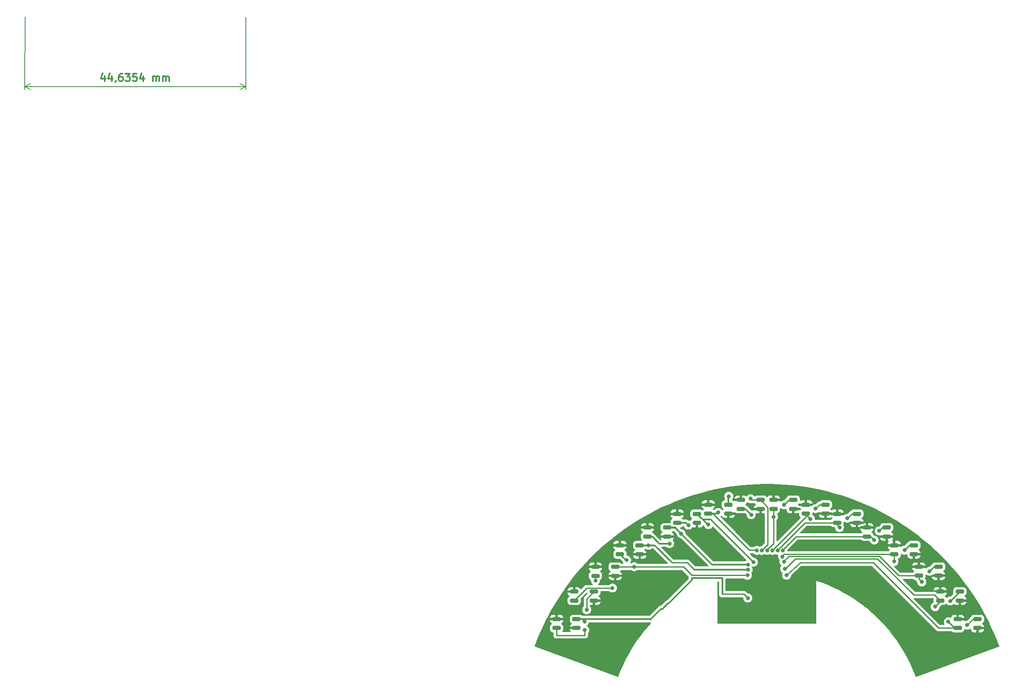
<source format=gbr>
%TF.GenerationSoftware,KiCad,Pcbnew,8.0.1-8.0.1-1~ubuntu22.04.1*%
%TF.CreationDate,2024-03-22T15:25:37-03:00*%
%TF.ProjectId,linefollower,6c696e65-666f-46c6-9c6f-7765722e6b69,rev?*%
%TF.SameCoordinates,Original*%
%TF.FileFunction,Copper,L1,Top*%
%TF.FilePolarity,Positive*%
%FSLAX46Y46*%
G04 Gerber Fmt 4.6, Leading zero omitted, Abs format (unit mm)*
G04 Created by KiCad (PCBNEW 8.0.1-8.0.1-1~ubuntu22.04.1) date 2024-03-22 15:25:37*
%MOMM*%
%LPD*%
G01*
G04 APERTURE LIST*
G04 Aperture macros list*
%AMRoundRect*
0 Rectangle with rounded corners*
0 $1 Rounding radius*
0 $2 $3 $4 $5 $6 $7 $8 $9 X,Y pos of 4 corners*
0 Add a 4 corners polygon primitive as box body*
4,1,4,$2,$3,$4,$5,$6,$7,$8,$9,$2,$3,0*
0 Add four circle primitives for the rounded corners*
1,1,$1+$1,$2,$3*
1,1,$1+$1,$4,$5*
1,1,$1+$1,$6,$7*
1,1,$1+$1,$8,$9*
0 Add four rect primitives between the rounded corners*
20,1,$1+$1,$2,$3,$4,$5,0*
20,1,$1+$1,$4,$5,$6,$7,0*
20,1,$1+$1,$6,$7,$8,$9,0*
20,1,$1+$1,$8,$9,$2,$3,0*%
G04 Aperture macros list end*
%ADD10C,0.300000*%
%TA.AperFunction,NonConductor*%
%ADD11C,0.300000*%
%TD*%
%TA.AperFunction,NonConductor*%
%ADD12C,0.200000*%
%TD*%
%TA.AperFunction,SMDPad,CuDef*%
%ADD13RoundRect,0.197500X0.632500X-0.197500X0.632500X0.197500X-0.632500X0.197500X-0.632500X-0.197500X0*%
%TD*%
%TA.AperFunction,SMDPad,CuDef*%
%ADD14RoundRect,0.197500X-0.632500X0.197500X-0.632500X-0.197500X0.632500X-0.197500X0.632500X0.197500X0*%
%TD*%
%TA.AperFunction,ViaPad*%
%ADD15C,0.800000*%
%TD*%
%TA.AperFunction,Conductor*%
%ADD16C,0.250000*%
%TD*%
%TA.AperFunction,Conductor*%
%ADD17C,0.300000*%
%TD*%
%TA.AperFunction,Conductor*%
%ADD18C,0.400000*%
%TD*%
G04 APERTURE END LIST*
D10*
D11*
X16091437Y-6979351D02*
X16090475Y-7979350D01*
X15734843Y-6407579D02*
X15376671Y-7478664D01*
X15376671Y-7478664D02*
X16305242Y-7479556D01*
X17520007Y-6980724D02*
X17519046Y-7980723D01*
X17163414Y-6408952D02*
X16805241Y-7480037D01*
X16805241Y-7480037D02*
X17733812Y-7480930D01*
X18376256Y-7910119D02*
X18376188Y-7981547D01*
X18376188Y-7981547D02*
X18304622Y-8124336D01*
X18304622Y-8124336D02*
X18233125Y-8195696D01*
X19663344Y-6482784D02*
X19377629Y-6482509D01*
X19377629Y-6482509D02*
X19234704Y-6553801D01*
X19234704Y-6553801D02*
X19163206Y-6625160D01*
X19163206Y-6625160D02*
X19020143Y-6839309D01*
X19020143Y-6839309D02*
X18948440Y-7124954D01*
X18948440Y-7124954D02*
X18947891Y-7696383D01*
X18947891Y-7696383D02*
X19019182Y-7839308D01*
X19019182Y-7839308D02*
X19090542Y-7910805D01*
X19090542Y-7910805D02*
X19233330Y-7982371D01*
X19233330Y-7982371D02*
X19519045Y-7982646D01*
X19519045Y-7982646D02*
X19661970Y-7911355D01*
X19661970Y-7911355D02*
X19733468Y-7839995D01*
X19733468Y-7839995D02*
X19805033Y-7697206D01*
X19805033Y-7697206D02*
X19805377Y-7340064D01*
X19805377Y-7340064D02*
X19734085Y-7197138D01*
X19734085Y-7197138D02*
X19662726Y-7125641D01*
X19662726Y-7125641D02*
X19519937Y-7054075D01*
X19519937Y-7054075D02*
X19234223Y-7053800D01*
X19234223Y-7053800D02*
X19091297Y-7125092D01*
X19091297Y-7125092D02*
X19019800Y-7196451D01*
X19019800Y-7196451D02*
X18948234Y-7339240D01*
X20306200Y-6483402D02*
X21234771Y-6484295D01*
X21234771Y-6484295D02*
X20734222Y-7055242D01*
X20734222Y-7055242D02*
X20948508Y-7055448D01*
X20948508Y-7055448D02*
X21091296Y-7127014D01*
X21091296Y-7127014D02*
X21162656Y-7198511D01*
X21162656Y-7198511D02*
X21233947Y-7341437D01*
X21233947Y-7341437D02*
X21233604Y-7698580D01*
X21233604Y-7698580D02*
X21162038Y-7841368D01*
X21162038Y-7841368D02*
X21090541Y-7912728D01*
X21090541Y-7912728D02*
X20947615Y-7984019D01*
X20947615Y-7984019D02*
X20519044Y-7983607D01*
X20519044Y-7983607D02*
X20376255Y-7912041D01*
X20376255Y-7912041D02*
X20304895Y-7840544D01*
X22591913Y-6485599D02*
X21877627Y-6484912D01*
X21877627Y-6484912D02*
X21805512Y-7199129D01*
X21805512Y-7199129D02*
X21877009Y-7127769D01*
X21877009Y-7127769D02*
X22019935Y-7056478D01*
X22019935Y-7056478D02*
X22377078Y-7056821D01*
X22377078Y-7056821D02*
X22519866Y-7128387D01*
X22519866Y-7128387D02*
X22591226Y-7199884D01*
X22591226Y-7199884D02*
X22662517Y-7342810D01*
X22662517Y-7342810D02*
X22662174Y-7699953D01*
X22662174Y-7699953D02*
X22590608Y-7842741D01*
X22590608Y-7842741D02*
X22519111Y-7914101D01*
X22519111Y-7914101D02*
X22376185Y-7985392D01*
X22376185Y-7985392D02*
X22019043Y-7985049D01*
X22019043Y-7985049D02*
X21876254Y-7913483D01*
X21876254Y-7913483D02*
X21804894Y-7841986D01*
X23948574Y-6986903D02*
X23947613Y-7986903D01*
X23591981Y-6415132D02*
X23233808Y-7486217D01*
X23233808Y-7486217D02*
X24162379Y-7487109D01*
X25876183Y-7988757D02*
X25877144Y-6988757D01*
X25877007Y-7131614D02*
X25948504Y-7060254D01*
X25948504Y-7060254D02*
X26091430Y-6988963D01*
X26091430Y-6988963D02*
X26305715Y-6989169D01*
X26305715Y-6989169D02*
X26448504Y-7060735D01*
X26448504Y-7060735D02*
X26519795Y-7203661D01*
X26519795Y-7203661D02*
X26519040Y-7989375D01*
X26519795Y-7203661D02*
X26591361Y-7060872D01*
X26591361Y-7060872D02*
X26734286Y-6989581D01*
X26734286Y-6989581D02*
X26948572Y-6989787D01*
X26948572Y-6989787D02*
X27091360Y-7061353D01*
X27091360Y-7061353D02*
X27162652Y-7204279D01*
X27162652Y-7204279D02*
X27161896Y-7989993D01*
X27876182Y-7990679D02*
X27877143Y-6990680D01*
X27877006Y-7133537D02*
X27948503Y-7062177D01*
X27948503Y-7062177D02*
X28091429Y-6990886D01*
X28091429Y-6990886D02*
X28305714Y-6991092D01*
X28305714Y-6991092D02*
X28448503Y-7062658D01*
X28448503Y-7062658D02*
X28519794Y-7205583D01*
X28519794Y-7205583D02*
X28519039Y-7991297D01*
X28519794Y-7205583D02*
X28591360Y-7062795D01*
X28591360Y-7062795D02*
X28734285Y-6991504D01*
X28734285Y-6991504D02*
X28948571Y-6991710D01*
X28948571Y-6991710D02*
X29091359Y-7063276D01*
X29091359Y-7063276D02*
X29162651Y-7206201D01*
X29162651Y-7206201D02*
X29161895Y-7991915D01*
D12*
X44634918Y4957094D02*
X44620815Y-9714868D01*
X-481Y5000000D02*
X-14584Y-9671962D01*
X44621379Y-9128448D02*
X-14020Y-9085542D01*
X44621379Y-9128448D02*
X-14020Y-9085542D01*
X44621379Y-9128448D02*
X43494312Y-9713786D01*
X44621379Y-9128448D02*
X43495439Y-8540945D01*
X-14020Y-9085542D02*
X1113047Y-8500204D01*
X-14020Y-9085542D02*
X1111920Y-9673045D01*
D13*
%TO.P,U1,1,A*%
%TO.N,Net-(U1-A)*%
X107480003Y-118616083D03*
%TO.P,U1,2,K*%
%TO.N,GND*%
X111480003Y-118616083D03*
%TO.P,U1,3*%
%TO.N,Net-(J1-Pad18)*%
X111480003Y-116816083D03*
%TO.P,U1,4*%
%TO.N,GND*%
X107480003Y-116816083D03*
%TD*%
%TO.P,U8,1,A*%
%TO.N,Net-(U8-A)*%
X144703264Y-94509794D03*
%TO.P,U8,2,K*%
%TO.N,GND*%
X148703264Y-94509794D03*
%TO.P,U8,3*%
%TO.N,Net-(J1-Pad11)*%
X148703264Y-92709794D03*
%TO.P,U8,4*%
%TO.N,GND*%
X144703264Y-92709794D03*
%TD*%
D14*
%TO.P,U13,1,A*%
%TO.N,Net-(U13-A)*%
X179734570Y-101879645D03*
%TO.P,U13,2,K*%
%TO.N,GND*%
X175734570Y-101879645D03*
%TO.P,U13,3*%
%TO.N,Net-(J1-Pad6)*%
X175734570Y-103679645D03*
%TO.P,U13,4*%
%TO.N,GND*%
X179734570Y-103679645D03*
%TD*%
D13*
%TO.P,U6,1,A*%
%TO.N,Net-(U6-A)*%
X131841133Y-97336907D03*
%TO.P,U6,2,K*%
%TO.N,GND*%
X135841133Y-97336907D03*
%TO.P,U6,3*%
%TO.N,Net-(J1-Pad13)*%
X135841133Y-95536907D03*
%TO.P,U6,4*%
%TO.N,GND*%
X131841133Y-95536907D03*
%TD*%
%TO.P,U2,1,A*%
%TO.N,Net-(U2-A)*%
X111021030Y-113056496D03*
%TO.P,U2,2,K*%
%TO.N,GND*%
X115021030Y-113056496D03*
%TO.P,U2,3*%
%TO.N,Net-(J1-Pad17)*%
X115021030Y-111256496D03*
%TO.P,U2,4*%
%TO.N,GND*%
X111021030Y-111256496D03*
%TD*%
D14*
%TO.P,U14,1,A*%
%TO.N,Net-(U14-A)*%
X184697732Y-106235876D03*
%TO.P,U14,2,K*%
%TO.N,GND*%
X180697732Y-106235876D03*
%TO.P,U14,3*%
%TO.N,Net-(J1-Pad5)*%
X180697732Y-108035876D03*
%TO.P,U14,4*%
%TO.N,GND*%
X184697732Y-108035876D03*
%TD*%
D13*
%TO.P,U4,1,A*%
%TO.N,Net-(U4-A)*%
X120280603Y-103688132D03*
%TO.P,U4,2,K*%
%TO.N,GND*%
X124280603Y-103688132D03*
%TO.P,U4,3*%
%TO.N,Net-(J1-Pad15)*%
X124280603Y-101888132D03*
%TO.P,U4,4*%
%TO.N,GND*%
X120280603Y-101888132D03*
%TD*%
%TO.P,U5,1,A*%
%TO.N,Net-(U5-A)*%
X125827146Y-100096287D03*
%TO.P,U5,2,K*%
%TO.N,GND*%
X129827146Y-100096287D03*
%TO.P,U5,3*%
%TO.N,Net-(J1-Pad14)*%
X129827146Y-98296287D03*
%TO.P,U5,4*%
%TO.N,GND*%
X125827146Y-98296287D03*
%TD*%
D14*
%TO.P,U12,1,A*%
%TO.N,Net-(U12-A)*%
X174182544Y-98289660D03*
%TO.P,U12,2,K*%
%TO.N,GND*%
X170182544Y-98289660D03*
%TO.P,U12,3*%
%TO.N,Net-(J1-Pad7)*%
X170182544Y-100089660D03*
%TO.P,U12,4*%
%TO.N,GND*%
X174182544Y-100089660D03*
%TD*%
%TO.P,U16,1,A*%
%TO.N,Net-(U16-A)*%
X192549071Y-116825573D03*
%TO.P,U16,2,K*%
%TO.N,GND*%
X188549071Y-116825573D03*
%TO.P,U16,3*%
%TO.N,Net-(J1-Pad3)*%
X188549071Y-118625573D03*
%TO.P,U16,4*%
%TO.N,GND*%
X192549071Y-118625573D03*
%TD*%
D13*
%TO.P,U3,1,A*%
%TO.N,Net-(U3-A)*%
X115324742Y-108044946D03*
%TO.P,U3,2,K*%
%TO.N,GND*%
X119324742Y-108044946D03*
%TO.P,U3,3*%
%TO.N,Net-(J1-Pad16)*%
X119324742Y-106244946D03*
%TO.P,U3,4*%
%TO.N,GND*%
X115324742Y-106244946D03*
%TD*%
D14*
%TO.P,U9,1,A*%
%TO.N,Net-(U9-A)*%
X155306082Y-92706231D03*
%TO.P,U9,2,K*%
%TO.N,GND*%
X151306082Y-92706231D03*
%TO.P,U9,3*%
%TO.N,Net-(J1-Pad10)*%
X151306082Y-94506231D03*
%TO.P,U9,4*%
%TO.N,GND*%
X155306082Y-94506231D03*
%TD*%
%TO.P,U11,1,A*%
%TO.N,Net-(U11-A)*%
X168180981Y-95524452D03*
%TO.P,U11,2,K*%
%TO.N,GND*%
X164180981Y-95524452D03*
%TO.P,U11,3*%
%TO.N,Net-(J1-Pad8)*%
X164180981Y-97324452D03*
%TO.P,U11,4*%
%TO.N,GND*%
X168180981Y-97324452D03*
%TD*%
%TO.P,U7,1,A*%
%TO.N,Net-(U7-A)*%
X142162760Y-93656082D03*
%TO.P,U7,2,K*%
%TO.N,GND*%
X138162760Y-93656082D03*
%TO.P,U7,3*%
%TO.N,Net-(J1-Pad12)*%
X138162760Y-95456082D03*
%TO.P,U7,4*%
%TO.N,GND*%
X142162760Y-95456082D03*
%TD*%
%TO.P,U15,1,A*%
%TO.N,Net-(U15-A)*%
X189003125Y-111246704D03*
%TO.P,U15,2,K*%
%TO.N,GND*%
X185003125Y-111246704D03*
%TO.P,U15,3*%
%TO.N,Net-(J1-Pad4)*%
X185003125Y-113046704D03*
%TO.P,U15,4*%
%TO.N,GND*%
X189003125Y-113046704D03*
%TD*%
%TO.P,U10,1,A*%
%TO.N,Net-(U10-A)*%
X161849245Y-93657506D03*
%TO.P,U10,2,K*%
%TO.N,GND*%
X157849245Y-93657506D03*
%TO.P,U10,3*%
%TO.N,Net-(J1-Pad9)*%
X157849245Y-95457506D03*
%TO.P,U10,4*%
%TO.N,GND*%
X161849245Y-95457506D03*
%TD*%
D15*
%TO.N,GND*%
X154231001Y-112509933D03*
X143101576Y-109794587D03*
%TO.N,Net-(J1-Pad3)*%
X153976615Y-107938615D03*
X186678615Y-117353038D03*
%TO.N,Net-(J1-Pad4)*%
X153592363Y-106627557D03*
X183988193Y-114306905D03*
%TO.N,Net-(J1-Pad5)*%
X181307538Y-109308212D03*
X153436923Y-105177192D03*
%TO.N,Net-(J1-Pad6)*%
X153145846Y-104163307D03*
X175679538Y-105153345D03*
%TO.N,Net-(J1-Pad7)*%
X171667482Y-100819461D03*
X153190305Y-102882192D03*
%TO.N,Net-(J1-Pad8)*%
X152159748Y-102899673D03*
X164675982Y-98284749D03*
%TO.N,Net-(J1-Pad9)*%
X158784961Y-96536672D03*
X151093421Y-102917154D03*
%TO.N,Net-(J1-Pad10)*%
X151327576Y-96123499D03*
X150034807Y-102904961D03*
%TO.N,Net-(J1-Pad11)*%
X146687062Y-92462588D03*
X148943107Y-102938370D03*
%TO.N,Net-(J1-Pad12)*%
X147943375Y-102915120D03*
X140153323Y-95244145D03*
%TO.N,Net-(J1-Pad13)*%
X147266674Y-105287404D03*
X138167814Y-97696289D03*
%TO.N,Net-(J1-Pad14)*%
X146205123Y-105783200D03*
X132660230Y-99544649D03*
%TO.N,Net-(J1-Pad15)*%
X126043018Y-101875996D03*
X146195654Y-106844931D03*
%TO.N,Net-(J1-Pad16)*%
X123147483Y-106217453D03*
X146050000Y-107950000D03*
%TO.N,Net-(J1-Pad17)*%
X113571544Y-114905859D03*
%TO.N,Net-(J1-Pad18)*%
X113120167Y-117312815D03*
X146136623Y-112532599D03*
%TO.N,Net-(U1-A)*%
X113181893Y-119027190D03*
%TO.N,Net-(U2-A)*%
X118774140Y-110521346D03*
%TO.N,Net-(U3-A)*%
X115329763Y-108986339D03*
%TO.N,Net-(U4-A)*%
X121642562Y-104873409D03*
%TO.N,Net-(U5-A)*%
X130320700Y-101541359D03*
%TO.N,Net-(U6-A)*%
X134134062Y-97807894D03*
%TO.N,Net-(U7-A)*%
X142287650Y-91970375D03*
%TO.N,Net-(U8-A)*%
X146818299Y-95690207D03*
%TO.N,Net-(U9-A)*%
X153437462Y-93700525D03*
%TO.N,Net-(U10-A)*%
X159816327Y-94473940D03*
%TO.N,Net-(U11-A)*%
X166266732Y-96414306D03*
%TO.N,Net-(U12-A)*%
X172698848Y-98966499D03*
%TO.N,Net-(U13-A)*%
X177800539Y-102869191D03*
%TO.N,Net-(U14-A)*%
X182845847Y-107140596D03*
%TO.N,Net-(U15-A)*%
X187029848Y-113153173D03*
%TO.N,Net-(U16-A)*%
X190477770Y-118028962D03*
%TD*%
D16*
%TO.N,GND*%
X153710934Y-113030000D02*
X153670000Y-113030000D01*
X143101576Y-108718614D02*
X143101845Y-108718345D01*
X143101576Y-109794587D02*
X143101576Y-108718614D01*
X154231001Y-112509933D02*
X153710934Y-113030000D01*
%TO.N,Net-(J1-Pad3)*%
X188549071Y-118625573D02*
X184665573Y-118625573D01*
X171450000Y-105410000D02*
X156720612Y-105410000D01*
X184665573Y-118625573D02*
X171450000Y-105410000D01*
X156720612Y-105410000D02*
X153976615Y-107938615D01*
X188549071Y-118625573D02*
X187951150Y-118625573D01*
X153976615Y-107938615D02*
X154154391Y-107976221D01*
X187951150Y-118625573D02*
X186678615Y-117353038D01*
%TO.N,Net-(J1-Pad4)*%
X183875874Y-111919453D02*
X179660375Y-111919453D01*
X153592363Y-106757637D02*
X153670000Y-106680000D01*
X185003125Y-113046704D02*
X185003125Y-113291973D01*
X155760000Y-104590000D02*
X153722443Y-106627557D01*
X179660375Y-111919453D02*
X172330922Y-104590000D01*
X172330922Y-104590000D02*
X155760000Y-104590000D01*
X153722443Y-106627557D02*
X153592363Y-106627557D01*
X185003125Y-113291973D02*
X183988193Y-114306905D01*
X153592363Y-106627557D02*
X153592363Y-106757637D01*
X185003125Y-113046704D02*
X183875874Y-111919453D01*
%TO.N,Net-(J1-Pad5)*%
X180697732Y-108698406D02*
X181307538Y-109308212D01*
X176615876Y-108035876D02*
X172720000Y-104140000D01*
X153436923Y-105177192D02*
X153355346Y-105177192D01*
X153355346Y-105177192D02*
X153413615Y-105118923D01*
X153436923Y-105095615D02*
X153436923Y-105177192D01*
X154392538Y-104140000D02*
X153436923Y-105095615D01*
X180697732Y-108035876D02*
X176615876Y-108035876D01*
X180697732Y-108035876D02*
X180697732Y-108698406D01*
X172720000Y-104140000D02*
X154392538Y-104140000D01*
%TO.N,Net-(J1-Pad6)*%
X153384777Y-103679645D02*
X153145846Y-104163307D01*
X175734570Y-105098313D02*
X175679538Y-105153345D01*
X175734570Y-103679645D02*
X153384777Y-103679645D01*
X175734570Y-103679645D02*
X175734570Y-105098313D01*
X153145846Y-104163307D02*
X153040961Y-104023461D01*
%TO.N,Net-(J1-Pad7)*%
X170182544Y-100089660D02*
X170937681Y-100089660D01*
X155895433Y-100089660D02*
X153190305Y-102794788D01*
X170182544Y-100089660D02*
X155895433Y-100089660D01*
X153190305Y-102794788D02*
X153190305Y-102882192D01*
X153190305Y-102882192D02*
X153102901Y-102882192D01*
X170937681Y-100089660D02*
X171667482Y-100819461D01*
X153102901Y-102882192D02*
X153032978Y-102952115D01*
%TO.N,Net-(J1-Pad8)*%
X164180981Y-97789748D02*
X164675982Y-98284749D01*
X152159748Y-102899673D02*
X152107306Y-102899673D01*
X152159748Y-102847231D02*
X152159748Y-102899673D01*
X164180981Y-97324452D02*
X157682527Y-97324452D01*
X164180981Y-97324452D02*
X164180981Y-97789748D01*
X157682527Y-97324452D02*
X152159748Y-102847231D01*
X152107306Y-102899673D02*
X152072344Y-102934635D01*
%TO.N,Net-(J1-Pad9)*%
X157849245Y-96161330D02*
X151093421Y-102917154D01*
X157849245Y-95457506D02*
X157849245Y-96161330D01*
X157849245Y-95600956D02*
X158784961Y-96536672D01*
X157849245Y-95457506D02*
X157849245Y-95600956D01*
%TO.N,Net-(J1-Pad10)*%
X151306082Y-94506231D02*
X151306082Y-95250000D01*
X150034807Y-102904961D02*
X149906615Y-102904961D01*
X151306082Y-96102005D02*
X151327576Y-96123499D01*
X150034807Y-102776769D02*
X150034807Y-102904961D01*
X149906615Y-102904961D02*
X149860000Y-102951576D01*
X151306082Y-95250000D02*
X151306082Y-101505494D01*
X151306082Y-95250000D02*
X151306082Y-96102005D01*
X151306082Y-101505494D02*
X150034807Y-102776769D01*
%TO.N,Net-(J1-Pad11)*%
X150151082Y-94157612D02*
X148703264Y-92709794D01*
X146934268Y-92709794D02*
X146687062Y-92462588D01*
X150151082Y-101730395D02*
X150151082Y-94157612D01*
X148703264Y-92709794D02*
X146934268Y-92709794D01*
X148943107Y-102938370D02*
X149181477Y-102700000D01*
X148943107Y-102938370D02*
X150151082Y-101730395D01*
%TO.N,Net-(J1-Pad12)*%
X146443711Y-102870000D02*
X139029793Y-95456082D01*
X147988495Y-102870000D02*
X147943375Y-102915120D01*
X148137513Y-102870000D02*
X147988495Y-102870000D01*
X147898255Y-102870000D02*
X146443711Y-102870000D01*
X139029793Y-95456082D02*
X138162760Y-95456082D01*
X147943375Y-102915120D02*
X147898255Y-102870000D01*
D17*
X138162760Y-95456082D02*
X139941386Y-95456082D01*
X139941386Y-95456082D02*
X140153323Y-95244145D01*
%TO.N,Net-(J1-Pad13)*%
X135841133Y-95536907D02*
X136992113Y-96687887D01*
X136992113Y-96687887D02*
X138000515Y-97696289D01*
X138667157Y-96687887D02*
X147266674Y-105287404D01*
X136992113Y-96687887D02*
X138667157Y-96687887D01*
X138000515Y-97696289D02*
X138167814Y-97696289D01*
%TO.N,Net-(J1-Pad14)*%
X132127791Y-99012209D02*
X132660230Y-99544649D01*
D18*
X129827146Y-98296287D02*
X131411868Y-98296287D01*
D17*
X131411868Y-98296287D02*
X132127791Y-99012209D01*
X138898782Y-105783200D02*
X146205123Y-105783200D01*
X132127791Y-99012209D02*
X138898782Y-105783200D01*
%TO.N,Net-(J1-Pad15)*%
X126052140Y-101888132D02*
X126064276Y-101875996D01*
X126043018Y-101875996D02*
X126052140Y-101888132D01*
X146168901Y-106818178D02*
X146195654Y-106844931D01*
X135327196Y-106818178D02*
X146168901Y-106818178D01*
X124280603Y-101888132D02*
X127288132Y-101888132D01*
D16*
X130810000Y-105410000D02*
X133919018Y-105410000D01*
D17*
X127288132Y-101888132D02*
X130810000Y-105410000D01*
D16*
X133919018Y-105410000D02*
X135327196Y-106818178D01*
D17*
X124280603Y-101888132D02*
X126043018Y-101875996D01*
D16*
%TO.N,Net-(J1-Pad16)*%
X133090326Y-106244946D02*
X134795380Y-107950000D01*
X119324742Y-106244946D02*
X123119990Y-106244946D01*
X123174976Y-106244946D02*
X133090326Y-106244946D01*
X146050000Y-107950000D02*
X146141773Y-107950000D01*
X134795380Y-107950000D02*
X146050000Y-107950000D01*
X123119990Y-106244946D02*
X123147483Y-106217453D01*
X123147483Y-106217453D02*
X123174976Y-106244946D01*
%TO.N,Net-(J1-Pad17)*%
X115021030Y-111256496D02*
X113571544Y-112705982D01*
X113571544Y-112705982D02*
X113571544Y-114905859D01*
D17*
%TO.N,Net-(J1-Pad18)*%
X130092106Y-113683150D02*
X134811818Y-108963438D01*
X129907785Y-113683150D02*
X130092106Y-113683150D01*
X140996257Y-108529107D02*
X140970000Y-108555364D01*
D16*
X146136623Y-112532599D02*
X145364024Y-111760000D01*
D17*
X112623435Y-116816083D02*
X126392202Y-116816083D01*
X140970000Y-108555364D02*
X140970000Y-111760000D01*
X126440034Y-116863915D02*
X128568516Y-114735433D01*
X112623435Y-116816083D02*
X113120167Y-117312815D01*
X128855502Y-114735433D02*
X129907785Y-113683150D01*
X134811818Y-108963438D02*
X134811818Y-108529107D01*
D16*
X145364024Y-111760000D02*
X140970000Y-111760000D01*
D17*
X128568516Y-114735433D02*
X128855502Y-114735433D01*
X111480003Y-116816083D02*
X112623435Y-116816083D01*
X134811818Y-108529107D02*
X140996257Y-108529107D01*
X126392202Y-116816083D02*
X126440034Y-116863915D01*
D16*
%TO.N,Net-(U1-A)*%
X113181893Y-120063350D02*
X113181893Y-119027190D01*
X107480003Y-118616083D02*
X107480003Y-120072487D01*
X113200065Y-120081522D02*
X113181893Y-120063350D01*
X107460339Y-120092151D02*
X113189436Y-120092151D01*
X113189436Y-120092151D02*
X113200065Y-120081522D01*
X107480003Y-120072487D02*
X107460339Y-120092151D01*
%TO.N,Net-(U2-A)*%
X113541030Y-110536496D02*
X118758990Y-110536496D01*
X118789290Y-110536496D02*
X118964669Y-110536496D01*
X111021030Y-113056496D02*
X113541030Y-110536496D01*
X118758990Y-110536496D02*
X118774140Y-110521346D01*
X118774140Y-110521346D02*
X118789290Y-110536496D01*
X118964669Y-110536496D02*
X118997351Y-110569178D01*
%TO.N,Net-(U3-A)*%
X115324742Y-108933487D02*
X115329763Y-108938508D01*
X115329763Y-108986339D02*
X115377594Y-108986339D01*
X115324742Y-108044946D02*
X115324742Y-108933487D01*
X115377594Y-108986339D02*
X115345707Y-108954452D01*
X115329763Y-108938508D02*
X115329763Y-108986339D01*
D17*
%TO.N,Net-(U4-A)*%
X121642562Y-104873409D02*
X121642562Y-104894667D01*
X120280603Y-103688132D02*
X121487138Y-104894667D01*
X121487138Y-104894667D02*
X121642562Y-104873409D01*
%TO.N,Net-(U5-A)*%
X125827146Y-100096287D02*
X126766287Y-100096287D01*
X130320700Y-101541359D02*
X130193150Y-101530730D01*
X126766287Y-100096287D02*
X127000000Y-100330000D01*
X130193150Y-101530730D02*
X130182521Y-101530730D01*
X130171892Y-101530730D02*
X130320700Y-101541359D01*
X127000000Y-100330000D02*
X128200730Y-101530730D01*
X128200730Y-101530730D02*
X130171892Y-101530730D01*
%TO.N,Net-(U6-A)*%
X133663075Y-97336907D02*
X134134062Y-97807894D01*
X131841133Y-97336907D02*
X133663075Y-97336907D01*
%TO.N,Net-(U7-A)*%
X142162760Y-92095265D02*
X142287650Y-91970375D01*
X142162760Y-93656082D02*
X142162760Y-92095265D01*
D16*
%TO.N,Net-(U8-A)*%
X144703264Y-94509794D02*
X145637886Y-94509794D01*
X145637886Y-94509794D02*
X146818299Y-95690207D01*
%TO.N,Net-(U9-A)*%
X155306082Y-92706231D02*
X154431756Y-92706231D01*
X154431756Y-92706231D02*
X153437462Y-93700525D01*
%TO.N,Net-(U10-A)*%
X160632761Y-93657506D02*
X159816327Y-94473940D01*
X161849245Y-93657506D02*
X160632761Y-93657506D01*
%TO.N,Net-(U11-A)*%
X168180981Y-95524452D02*
X167156586Y-95524452D01*
X167156586Y-95524452D02*
X166266732Y-96414306D01*
%TO.N,Net-(U12-A)*%
X174182544Y-98289660D02*
X173375687Y-98289660D01*
X173375687Y-98289660D02*
X172698848Y-98966499D01*
%TO.N,Net-(U13-A)*%
X178790085Y-101879645D02*
X177800539Y-102869191D01*
X179734570Y-101879645D02*
X178790085Y-101879645D01*
%TO.N,Net-(U14-A)*%
X184697732Y-106235876D02*
X183750567Y-106235876D01*
X183750567Y-106235876D02*
X182845847Y-107140596D01*
%TO.N,Net-(U15-A)*%
X187096656Y-113153173D02*
X187029848Y-113153173D01*
X189003125Y-111246704D02*
X187096656Y-113153173D01*
%TO.N,Net-(U16-A)*%
X191681159Y-116825573D02*
X190477770Y-118028962D01*
X192549071Y-116825573D02*
X191681159Y-116825573D01*
%TD*%
%TA.AperFunction,Conductor*%
%TO.N,GND*%
G36*
X150712077Y-89474890D02*
G01*
X152128686Y-89515149D01*
X152132079Y-89515294D01*
X153547020Y-89595784D01*
X153550437Y-89596027D01*
X154962534Y-89716683D01*
X154965914Y-89717020D01*
X156373992Y-89877739D01*
X156377366Y-89878173D01*
X157780277Y-90078825D01*
X157783739Y-90079370D01*
X159180370Y-90319793D01*
X159183766Y-90320427D01*
X160378538Y-90561235D01*
X160572979Y-90600425D01*
X160576422Y-90601170D01*
X161957143Y-90920524D01*
X161960480Y-90921346D01*
X163331598Y-91279804D01*
X163334876Y-91280711D01*
X164298418Y-91562088D01*
X164695255Y-91677974D01*
X164698623Y-91679010D01*
X166047096Y-92114736D01*
X166050432Y-92115867D01*
X167386004Y-92589733D01*
X167389225Y-92590927D01*
X168434771Y-92995687D01*
X168710799Y-93102545D01*
X168714066Y-93103863D01*
X170020554Y-93652811D01*
X170023783Y-93654222D01*
X171314156Y-94240066D01*
X171317341Y-94241567D01*
X172522285Y-94830469D01*
X172590496Y-94863806D01*
X172593635Y-94865395D01*
X173848699Y-95523604D01*
X173851738Y-95525253D01*
X174587461Y-95938161D01*
X175087570Y-96218836D01*
X175090617Y-96220604D01*
X175328866Y-96363364D01*
X176306214Y-96948995D01*
X176309149Y-96950810D01*
X177503628Y-97713482D01*
X177506532Y-97715395D01*
X178621909Y-98473008D01*
X178678816Y-98511662D01*
X178681700Y-98513681D01*
X179825534Y-99339064D01*
X179830859Y-99342906D01*
X179833671Y-99344996D01*
X180463992Y-99827643D01*
X180958845Y-100206560D01*
X180961611Y-100208741D01*
X181252825Y-100445149D01*
X182061858Y-101101923D01*
X182064519Y-101104148D01*
X183138962Y-102028238D01*
X183141558Y-102030536D01*
X184189314Y-102984777D01*
X184191837Y-102987140D01*
X184659612Y-103438132D01*
X185212056Y-103970756D01*
X185214557Y-103973237D01*
X185662765Y-104430634D01*
X186206402Y-104985418D01*
X186208792Y-104987927D01*
X187171501Y-106027896D01*
X187173849Y-106030507D01*
X188100206Y-107090063D01*
X188106601Y-107097377D01*
X188108876Y-107100055D01*
X188157946Y-107159508D01*
X189010944Y-108192996D01*
X189013148Y-108195745D01*
X189883793Y-109313855D01*
X189885918Y-109316665D01*
X190724455Y-110459070D01*
X190726499Y-110461939D01*
X191532248Y-111627711D01*
X191534210Y-111630638D01*
X192306495Y-112818796D01*
X192308373Y-112821776D01*
X193046624Y-114031446D01*
X193048416Y-114034479D01*
X193751992Y-115264612D01*
X193753697Y-115267695D01*
X194422018Y-116517274D01*
X194423636Y-116520404D01*
X194655270Y-116984753D01*
X194992997Y-117661785D01*
X195056224Y-117788533D01*
X195057751Y-117791708D01*
X195654038Y-119077255D01*
X195655475Y-119080471D01*
X195874232Y-119589498D01*
X196213011Y-120377809D01*
X196215003Y-120382443D01*
X196216339Y-120385679D01*
X196517086Y-121144197D01*
X196738750Y-121703259D01*
X196739851Y-121706140D01*
X196941653Y-122254529D01*
X196946331Y-122324241D01*
X196912578Y-122385417D01*
X196867692Y-122413874D01*
X180186182Y-128485447D01*
X180116453Y-128489878D01*
X180055398Y-128455908D01*
X180027434Y-128411837D01*
X179877655Y-128005777D01*
X179461040Y-126974199D01*
X179008820Y-125957726D01*
X178521542Y-124957585D01*
X177999795Y-123974986D01*
X177444209Y-123011115D01*
X177444202Y-123011103D01*
X176855459Y-122067142D01*
X176234247Y-121144195D01*
X175581338Y-120243409D01*
X174897514Y-119365862D01*
X174831858Y-119287392D01*
X174183588Y-118512598D01*
X173440443Y-117684674D01*
X172668970Y-116883082D01*
X172344801Y-116568886D01*
X171870103Y-116108791D01*
X171832697Y-116074977D01*
X171283760Y-115578747D01*
X171044799Y-115362730D01*
X170194066Y-114645811D01*
X169788221Y-114327254D01*
X169318929Y-113958895D01*
X168420443Y-113302812D01*
X168420440Y-113302810D01*
X168420425Y-113302799D01*
X167749082Y-112847491D01*
X167499696Y-112678356D01*
X166557800Y-112086281D01*
X166199101Y-111877836D01*
X165595901Y-111527307D01*
X165145285Y-111285997D01*
X164615138Y-111002097D01*
X164604167Y-110996704D01*
X163616740Y-110511307D01*
X163297392Y-110367882D01*
X162601846Y-110055499D01*
X162419480Y-109981100D01*
X162004056Y-109811621D01*
X161571743Y-109635252D01*
X160891131Y-109384810D01*
X160527650Y-109251061D01*
X159999998Y-109074952D01*
X159999998Y-117645269D01*
X159980313Y-117712308D01*
X159927509Y-117758063D01*
X159875998Y-117769269D01*
X140123998Y-117769269D01*
X140056959Y-117749584D01*
X140011204Y-117696780D01*
X139999998Y-117645269D01*
X139999998Y-109303607D01*
X140019683Y-109236568D01*
X140072487Y-109190813D01*
X140123998Y-109179607D01*
X140195500Y-109179607D01*
X140262539Y-109199292D01*
X140308294Y-109252096D01*
X140319500Y-109303607D01*
X140319500Y-111824069D01*
X140319500Y-111824071D01*
X140319499Y-111824071D01*
X140344497Y-111949738D01*
X140344499Y-111949744D01*
X140393533Y-112068124D01*
X140393538Y-112068133D01*
X140464723Y-112174668D01*
X140464726Y-112174672D01*
X140555327Y-112265273D01*
X140555331Y-112265276D01*
X140661866Y-112336461D01*
X140661875Y-112336466D01*
X140680897Y-112344345D01*
X140780256Y-112385501D01*
X140780260Y-112385501D01*
X140780261Y-112385502D01*
X140905928Y-112410500D01*
X140905931Y-112410500D01*
X141034071Y-112410500D01*
X141147770Y-112387883D01*
X141171962Y-112385500D01*
X145053572Y-112385500D01*
X145120611Y-112405185D01*
X145141253Y-112421819D01*
X145197661Y-112478227D01*
X145231146Y-112539550D01*
X145233301Y-112552946D01*
X145240450Y-112620957D01*
X145250949Y-112720855D01*
X145250950Y-112720858D01*
X145309441Y-112900876D01*
X145309444Y-112900883D01*
X145404090Y-113064815D01*
X145505888Y-113177873D01*
X145530752Y-113205487D01*
X145683888Y-113316747D01*
X145683893Y-113316750D01*
X145856815Y-113393741D01*
X145856820Y-113393743D01*
X146041977Y-113433099D01*
X146041978Y-113433099D01*
X146231267Y-113433099D01*
X146231269Y-113433099D01*
X146416426Y-113393743D01*
X146589353Y-113316750D01*
X146742494Y-113205487D01*
X146869156Y-113064815D01*
X146963802Y-112900883D01*
X147022297Y-112720855D01*
X147042083Y-112532599D01*
X147022297Y-112344343D01*
X146963802Y-112164315D01*
X146869156Y-112000383D01*
X146742494Y-111859711D01*
X146693437Y-111824069D01*
X146589357Y-111748450D01*
X146589352Y-111748447D01*
X146416430Y-111671456D01*
X146416425Y-111671454D01*
X146270624Y-111640464D01*
X146231269Y-111632099D01*
X146231268Y-111632099D01*
X146172075Y-111632099D01*
X146105036Y-111612414D01*
X146084394Y-111595780D01*
X145854222Y-111365608D01*
X145854202Y-111365586D01*
X145762760Y-111274144D01*
X145762752Y-111274138D01*
X145684493Y-111221847D01*
X145684491Y-111221845D01*
X145684491Y-111221846D01*
X145660311Y-111205688D01*
X145625264Y-111191171D01*
X145575697Y-111170641D01*
X145575696Y-111170640D01*
X145575694Y-111170639D01*
X145546479Y-111158538D01*
X145546477Y-111158537D01*
X145546476Y-111158537D01*
X145486053Y-111146518D01*
X145425634Y-111134500D01*
X145425631Y-111134500D01*
X145425630Y-111134500D01*
X141744500Y-111134500D01*
X141677461Y-111114815D01*
X141631706Y-111062011D01*
X141620500Y-111010500D01*
X141620500Y-108737388D01*
X141622882Y-108713198D01*
X141630419Y-108675307D01*
X141662803Y-108613399D01*
X141723518Y-108578824D01*
X141752036Y-108575500D01*
X145346252Y-108575500D01*
X145413291Y-108595185D01*
X145438400Y-108616526D01*
X145444126Y-108622885D01*
X145444130Y-108622889D01*
X145597265Y-108734148D01*
X145597270Y-108734151D01*
X145770192Y-108811142D01*
X145770197Y-108811144D01*
X145955354Y-108850500D01*
X145955355Y-108850500D01*
X146144644Y-108850500D01*
X146144646Y-108850500D01*
X146329803Y-108811144D01*
X146502730Y-108734151D01*
X146655871Y-108622888D01*
X146782533Y-108482216D01*
X146877179Y-108318284D01*
X146935674Y-108138256D01*
X146955460Y-107950000D01*
X146935674Y-107761744D01*
X146877179Y-107581716D01*
X146870189Y-107569609D01*
X146853715Y-107501712D01*
X146876565Y-107435685D01*
X146885419Y-107424643D01*
X146928187Y-107377147D01*
X147022833Y-107213215D01*
X147081328Y-107033187D01*
X147101114Y-106844931D01*
X147081328Y-106656675D01*
X147022833Y-106476647D01*
X146969495Y-106384263D01*
X146953023Y-106316366D01*
X146969494Y-106260269D01*
X146983800Y-106235489D01*
X147034365Y-106187275D01*
X147102972Y-106174051D01*
X147116957Y-106176198D01*
X147172028Y-106187904D01*
X147172029Y-106187904D01*
X147361318Y-106187904D01*
X147361320Y-106187904D01*
X147546477Y-106148548D01*
X147719404Y-106071555D01*
X147872545Y-105960292D01*
X147999207Y-105819620D01*
X148093853Y-105655688D01*
X148152348Y-105475660D01*
X148172134Y-105287404D01*
X148152348Y-105099148D01*
X148093853Y-104919120D01*
X147999207Y-104755188D01*
X147872545Y-104614516D01*
X147872544Y-104614515D01*
X147719408Y-104503255D01*
X147719403Y-104503252D01*
X147546481Y-104426261D01*
X147546476Y-104426259D01*
X147400675Y-104395269D01*
X147361320Y-104386904D01*
X147361319Y-104386904D01*
X147337482Y-104386904D01*
X147270443Y-104367219D01*
X147249801Y-104350585D01*
X146606397Y-103707181D01*
X146572912Y-103645858D01*
X146577896Y-103576166D01*
X146619768Y-103520233D01*
X146685232Y-103495816D01*
X146694078Y-103495500D01*
X147199001Y-103495500D01*
X147266040Y-103515185D01*
X147291151Y-103536528D01*
X147337504Y-103588008D01*
X147337510Y-103588013D01*
X147490640Y-103699268D01*
X147490645Y-103699271D01*
X147663567Y-103776262D01*
X147663572Y-103776264D01*
X147848729Y-103815620D01*
X147848730Y-103815620D01*
X148038019Y-103815620D01*
X148038021Y-103815620D01*
X148223178Y-103776264D01*
X148369312Y-103711199D01*
X148438562Y-103701915D01*
X148483981Y-103720599D01*
X148484748Y-103719272D01*
X148490373Y-103722519D01*
X148490376Y-103722520D01*
X148490377Y-103722521D01*
X148575455Y-103760401D01*
X148663299Y-103799512D01*
X148663304Y-103799514D01*
X148848461Y-103838870D01*
X148848462Y-103838870D01*
X149037751Y-103838870D01*
X149037753Y-103838870D01*
X149222910Y-103799514D01*
X149395837Y-103722521D01*
X149439063Y-103691115D01*
X149504867Y-103667635D01*
X149572921Y-103683460D01*
X149578530Y-103687064D01*
X149582077Y-103689112D01*
X149754999Y-103766103D01*
X149755004Y-103766105D01*
X149940161Y-103805461D01*
X149940162Y-103805461D01*
X150129451Y-103805461D01*
X150129453Y-103805461D01*
X150314610Y-103766105D01*
X150487537Y-103689112D01*
X150487545Y-103689105D01*
X150493164Y-103685863D01*
X150494603Y-103688356D01*
X150548491Y-103669055D01*
X150616564Y-103684797D01*
X150628607Y-103692526D01*
X150640686Y-103701302D01*
X150640691Y-103701305D01*
X150813613Y-103778296D01*
X150813618Y-103778298D01*
X150998775Y-103817654D01*
X150998776Y-103817654D01*
X151188065Y-103817654D01*
X151188067Y-103817654D01*
X151373224Y-103778298D01*
X151546151Y-103701305D01*
X151565729Y-103687080D01*
X151631531Y-103663600D01*
X151699585Y-103679423D01*
X151701381Y-103680577D01*
X151701385Y-103680572D01*
X151707018Y-103683824D01*
X151879940Y-103760815D01*
X151879945Y-103760817D01*
X152065102Y-103800173D01*
X152065103Y-103800173D01*
X152146322Y-103800173D01*
X152213361Y-103819858D01*
X152259116Y-103872662D01*
X152269060Y-103941820D01*
X152264253Y-103962491D01*
X152260766Y-103973224D01*
X152260172Y-103975051D01*
X152240386Y-104163307D01*
X152260172Y-104351563D01*
X152260173Y-104351566D01*
X152318664Y-104531584D01*
X152318667Y-104531591D01*
X152413313Y-104695523D01*
X152522228Y-104816485D01*
X152536824Y-104832695D01*
X152567054Y-104895686D01*
X152562606Y-104953981D01*
X152551249Y-104988936D01*
X152531463Y-105177192D01*
X152551249Y-105365448D01*
X152551250Y-105365451D01*
X152609741Y-105545469D01*
X152609744Y-105545476D01*
X152704390Y-105709408D01*
X152819406Y-105837146D01*
X152831052Y-105850080D01*
X152870534Y-105878765D01*
X152913200Y-105934095D01*
X152919179Y-106003708D01*
X152889800Y-106062055D01*
X152859829Y-106095342D01*
X152765184Y-106259272D01*
X152765181Y-106259279D01*
X152724571Y-106384266D01*
X152706689Y-106439301D01*
X152686903Y-106627557D01*
X152706689Y-106815813D01*
X152706690Y-106815816D01*
X152765181Y-106995834D01*
X152765184Y-106995841D01*
X152859830Y-107159773D01*
X152942291Y-107251355D01*
X152986492Y-107300445D01*
X153120729Y-107397974D01*
X153163395Y-107453304D01*
X153169374Y-107522917D01*
X153155234Y-107560287D01*
X153149436Y-107570329D01*
X153090942Y-107750355D01*
X153090941Y-107750359D01*
X153071155Y-107938615D01*
X153090941Y-108126871D01*
X153090942Y-108126874D01*
X153149433Y-108306892D01*
X153149436Y-108306899D01*
X153244082Y-108470831D01*
X153338327Y-108575500D01*
X153370744Y-108611503D01*
X153523880Y-108722763D01*
X153523885Y-108722766D01*
X153696807Y-108799757D01*
X153696812Y-108799759D01*
X153881969Y-108839115D01*
X153881970Y-108839115D01*
X154071259Y-108839115D01*
X154071261Y-108839115D01*
X154256418Y-108799759D01*
X154429345Y-108722766D01*
X154582486Y-108611503D01*
X154709148Y-108470831D01*
X154803794Y-108306899D01*
X154862289Y-108126871D01*
X154875300Y-108003068D01*
X154901884Y-107938455D01*
X154914583Y-107924852D01*
X156929258Y-106068312D01*
X156991896Y-106037359D01*
X157013287Y-106035500D01*
X171139548Y-106035500D01*
X171206587Y-106055185D01*
X171227229Y-106071819D01*
X184266836Y-119111428D01*
X184266840Y-119111431D01*
X184369283Y-119179882D01*
X184369284Y-119179882D01*
X184369288Y-119179885D01*
X184435969Y-119207504D01*
X184435971Y-119207506D01*
X184483116Y-119227034D01*
X184483121Y-119227036D01*
X184503170Y-119231024D01*
X184536769Y-119237707D01*
X184603965Y-119251074D01*
X184603967Y-119251074D01*
X184733294Y-119251074D01*
X184733314Y-119251073D01*
X187306087Y-119251073D01*
X187373126Y-119270758D01*
X187393768Y-119287392D01*
X187482938Y-119376562D01*
X187482942Y-119376565D01*
X187612298Y-119454763D01*
X187627999Y-119464254D01*
X187789829Y-119514683D01*
X187860150Y-119521073D01*
X189237991Y-119521072D01*
X189237998Y-119521072D01*
X189308306Y-119514684D01*
X189308307Y-119514683D01*
X189308313Y-119514683D01*
X189470143Y-119464254D01*
X189615203Y-119376563D01*
X189735061Y-119256705D01*
X189822752Y-119111645D01*
X189873181Y-118949815D01*
X189875348Y-118925960D01*
X189901017Y-118860979D01*
X189957745Y-118820189D01*
X190027519Y-118816544D01*
X190049272Y-118823902D01*
X190197967Y-118890106D01*
X190383124Y-118929462D01*
X190383125Y-118929462D01*
X190572414Y-118929462D01*
X190572416Y-118929462D01*
X190757573Y-118890106D01*
X190930500Y-118813113D01*
X191022188Y-118746497D01*
X191087991Y-118723019D01*
X191156045Y-118738844D01*
X191204740Y-118788950D01*
X191219071Y-118846817D01*
X191219071Y-118879446D01*
X191225457Y-118949725D01*
X191275847Y-119111435D01*
X191275849Y-119111439D01*
X191363475Y-119256391D01*
X191363478Y-119256395D01*
X191483248Y-119376165D01*
X191483252Y-119376168D01*
X191628204Y-119463794D01*
X191628208Y-119463796D01*
X191789919Y-119514186D01*
X191789917Y-119514186D01*
X191860198Y-119520573D01*
X192299071Y-119520573D01*
X192299071Y-118875573D01*
X192799071Y-118875573D01*
X192799071Y-119520573D01*
X193237944Y-119520573D01*
X193308223Y-119514186D01*
X193469933Y-119463796D01*
X193469937Y-119463794D01*
X193614889Y-119376168D01*
X193614893Y-119376165D01*
X193734663Y-119256395D01*
X193734666Y-119256391D01*
X193822292Y-119111439D01*
X193822294Y-119111435D01*
X193872684Y-118949725D01*
X193879071Y-118879446D01*
X193879071Y-118875573D01*
X192799071Y-118875573D01*
X192299071Y-118875573D01*
X192299071Y-118499573D01*
X192318756Y-118432534D01*
X192371560Y-118386779D01*
X192423071Y-118375573D01*
X193879071Y-118375573D01*
X193879071Y-118371699D01*
X193872684Y-118301420D01*
X193822294Y-118139710D01*
X193822292Y-118139706D01*
X193734666Y-117994754D01*
X193734663Y-117994750D01*
X193614890Y-117874977D01*
X193543765Y-117831982D01*
X193496577Y-117780455D01*
X193484738Y-117711596D01*
X193512006Y-117647267D01*
X193543759Y-117619751D01*
X193615203Y-117576563D01*
X193735061Y-117456705D01*
X193822752Y-117311645D01*
X193873181Y-117149815D01*
X193879571Y-117079494D01*
X193879570Y-116571653D01*
X193879570Y-116571644D01*
X193873182Y-116501337D01*
X193873181Y-116501334D01*
X193873181Y-116501331D01*
X193822752Y-116339501D01*
X193817141Y-116330220D01*
X193735063Y-116194444D01*
X193735060Y-116194440D01*
X193615203Y-116074583D01*
X193615199Y-116074580D01*
X193470144Y-115986892D01*
X193470139Y-115986890D01*
X193308317Y-115936464D01*
X193308309Y-115936462D01*
X193259074Y-115931988D01*
X193237992Y-115930073D01*
X193237989Y-115930073D01*
X191860142Y-115930073D01*
X191789835Y-115936461D01*
X191789828Y-115936463D01*
X191628005Y-115986889D01*
X191627997Y-115986892D01*
X191482942Y-116074580D01*
X191482938Y-116074583D01*
X191363081Y-116194440D01*
X191272098Y-116344946D01*
X191253663Y-116368476D01*
X191195301Y-116426839D01*
X191195298Y-116426843D01*
X190529999Y-117092143D01*
X190468676Y-117125628D01*
X190442318Y-117128462D01*
X190383124Y-117128462D01*
X190350667Y-117135360D01*
X190197967Y-117167817D01*
X190197962Y-117167819D01*
X190050306Y-117233561D01*
X189981056Y-117242846D01*
X189917779Y-117213218D01*
X189880566Y-117154083D01*
X189876379Y-117109057D01*
X189879071Y-117079442D01*
X189879071Y-117075573D01*
X188423071Y-117075573D01*
X188356032Y-117055888D01*
X188310277Y-117003084D01*
X188299071Y-116951573D01*
X188299071Y-115930573D01*
X188799071Y-115930573D01*
X188799071Y-116575573D01*
X189879071Y-116575573D01*
X189879071Y-116571699D01*
X189872684Y-116501420D01*
X189822294Y-116339710D01*
X189822292Y-116339706D01*
X189734666Y-116194754D01*
X189734663Y-116194750D01*
X189614893Y-116074980D01*
X189614889Y-116074977D01*
X189469937Y-115987351D01*
X189469933Y-115987349D01*
X189308222Y-115936959D01*
X189308224Y-115936959D01*
X189237944Y-115930573D01*
X188799071Y-115930573D01*
X188299071Y-115930573D01*
X187860198Y-115930573D01*
X187789918Y-115936959D01*
X187628208Y-115987349D01*
X187628204Y-115987351D01*
X187483252Y-116074977D01*
X187483248Y-116074980D01*
X187363478Y-116194750D01*
X187363475Y-116194754D01*
X187275849Y-116339706D01*
X187275847Y-116339710D01*
X187237001Y-116464374D01*
X187198264Y-116522522D01*
X187134238Y-116550496D01*
X187068180Y-116540763D01*
X186958422Y-116491895D01*
X186958417Y-116491893D01*
X186812616Y-116460903D01*
X186773261Y-116452538D01*
X186583969Y-116452538D01*
X186551512Y-116459436D01*
X186398812Y-116491893D01*
X186398807Y-116491895D01*
X186225885Y-116568886D01*
X186225880Y-116568889D01*
X186072744Y-116680149D01*
X185946081Y-116820823D01*
X185851436Y-116984753D01*
X185851433Y-116984760D01*
X185796417Y-117154083D01*
X185792941Y-117164782D01*
X185773155Y-117353038D01*
X185792941Y-117541294D01*
X185792942Y-117541297D01*
X185851433Y-117721315D01*
X185851436Y-117721322D01*
X185893958Y-117794973D01*
X185904986Y-117814073D01*
X185921459Y-117881973D01*
X185898606Y-117948000D01*
X185843685Y-117991191D01*
X185797599Y-118000073D01*
X184976026Y-118000073D01*
X184908987Y-117980388D01*
X184888345Y-117963754D01*
X179681225Y-112756634D01*
X179647740Y-112695311D01*
X179652724Y-112625619D01*
X179694596Y-112569686D01*
X179760060Y-112545269D01*
X179768906Y-112544953D01*
X183565421Y-112544953D01*
X183632460Y-112564638D01*
X183653102Y-112581272D01*
X183653396Y-112581566D01*
X183686881Y-112642889D01*
X183684102Y-112706133D01*
X183679015Y-112722458D01*
X183672625Y-112792785D01*
X183672625Y-113300632D01*
X183678658Y-113367025D01*
X183665120Y-113435571D01*
X183616673Y-113485916D01*
X183605604Y-113491524D01*
X183535460Y-113522754D01*
X183382322Y-113634016D01*
X183255659Y-113774690D01*
X183161014Y-113938620D01*
X183161011Y-113938627D01*
X183113474Y-114084933D01*
X183102519Y-114118649D01*
X183082733Y-114306905D01*
X183102519Y-114495161D01*
X183102520Y-114495164D01*
X183161011Y-114675182D01*
X183161014Y-114675189D01*
X183255660Y-114839121D01*
X183382322Y-114979793D01*
X183535458Y-115091053D01*
X183535463Y-115091056D01*
X183708385Y-115168047D01*
X183708390Y-115168049D01*
X183893547Y-115207405D01*
X183893548Y-115207405D01*
X184082837Y-115207405D01*
X184082839Y-115207405D01*
X184267996Y-115168049D01*
X184440923Y-115091056D01*
X184594064Y-114979793D01*
X184720726Y-114839121D01*
X184815372Y-114675189D01*
X184873867Y-114495161D01*
X184891514Y-114327249D01*
X184918097Y-114262639D01*
X184927144Y-114252543D01*
X185201166Y-113978522D01*
X185262489Y-113945037D01*
X185288847Y-113942203D01*
X185692052Y-113942203D01*
X185762360Y-113935815D01*
X185762361Y-113935814D01*
X185762367Y-113935814D01*
X185924197Y-113885385D01*
X186069257Y-113797694D01*
X186150078Y-113716872D01*
X186211397Y-113683390D01*
X186281089Y-113688374D01*
X186329903Y-113721582D01*
X186398077Y-113797296D01*
X186423977Y-113826061D01*
X186577113Y-113937321D01*
X186577118Y-113937324D01*
X186750040Y-114014315D01*
X186750045Y-114014317D01*
X186935202Y-114053673D01*
X186935203Y-114053673D01*
X187124492Y-114053673D01*
X187124494Y-114053673D01*
X187309651Y-114014317D01*
X187482578Y-113937324D01*
X187635719Y-113826061D01*
X187704803Y-113749335D01*
X187764288Y-113712687D01*
X187834145Y-113714017D01*
X187884633Y-113744627D01*
X187937302Y-113797296D01*
X187937306Y-113797299D01*
X188082258Y-113884925D01*
X188082262Y-113884927D01*
X188243973Y-113935317D01*
X188243971Y-113935317D01*
X188314252Y-113941704D01*
X188753125Y-113941704D01*
X188753125Y-113296704D01*
X189253125Y-113296704D01*
X189253125Y-113941704D01*
X189691998Y-113941704D01*
X189762277Y-113935317D01*
X189923987Y-113884927D01*
X189923991Y-113884925D01*
X190068943Y-113797299D01*
X190068947Y-113797296D01*
X190188717Y-113677526D01*
X190188720Y-113677522D01*
X190276346Y-113532570D01*
X190276348Y-113532566D01*
X190326738Y-113370856D01*
X190333125Y-113300577D01*
X190333125Y-113296704D01*
X189253125Y-113296704D01*
X188753125Y-113296704D01*
X188753125Y-112920704D01*
X188772810Y-112853665D01*
X188825614Y-112807910D01*
X188877125Y-112796704D01*
X190333125Y-112796704D01*
X190333125Y-112792830D01*
X190326738Y-112722551D01*
X190276348Y-112560841D01*
X190276346Y-112560837D01*
X190188720Y-112415885D01*
X190188717Y-112415881D01*
X190068944Y-112296108D01*
X189997819Y-112253113D01*
X189950631Y-112201586D01*
X189938792Y-112132727D01*
X189966060Y-112068398D01*
X189997813Y-112040882D01*
X190069257Y-111997694D01*
X190189115Y-111877836D01*
X190276806Y-111732776D01*
X190327235Y-111570946D01*
X190333625Y-111500625D01*
X190333624Y-110992784D01*
X190333624Y-110992783D01*
X190333624Y-110992775D01*
X190327236Y-110922468D01*
X190327235Y-110922465D01*
X190327235Y-110922462D01*
X190280350Y-110772005D01*
X190276808Y-110760638D01*
X190276805Y-110760630D01*
X190189117Y-110615575D01*
X190189114Y-110615571D01*
X190069257Y-110495714D01*
X190069253Y-110495711D01*
X189924198Y-110408023D01*
X189924193Y-110408021D01*
X189762371Y-110357595D01*
X189762363Y-110357593D01*
X189713128Y-110353119D01*
X189692046Y-110351204D01*
X189692043Y-110351204D01*
X188314196Y-110351204D01*
X188243889Y-110357592D01*
X188243882Y-110357594D01*
X188082059Y-110408020D01*
X188082051Y-110408023D01*
X187936996Y-110495711D01*
X187936992Y-110495714D01*
X187817135Y-110615571D01*
X187817132Y-110615575D01*
X187729444Y-110760630D01*
X187729442Y-110760635D01*
X187679016Y-110922457D01*
X187679014Y-110922465D01*
X187672625Y-110992785D01*
X187672625Y-111500632D01*
X187679013Y-111570939D01*
X187679014Y-111570944D01*
X187684102Y-111587271D01*
X187685252Y-111657131D01*
X187653397Y-111711840D01*
X187148885Y-112216354D01*
X187087562Y-112249839D01*
X187061204Y-112252673D01*
X186935202Y-112252673D01*
X186902745Y-112259571D01*
X186750045Y-112292028D01*
X186750040Y-112292030D01*
X186577118Y-112369021D01*
X186577113Y-112369024D01*
X186423977Y-112480284D01*
X186423973Y-112480288D01*
X186418671Y-112486176D01*
X186359181Y-112522819D01*
X186289324Y-112521482D01*
X186231279Y-112482590D01*
X186220412Y-112467344D01*
X186189117Y-112415574D01*
X186069257Y-112295714D01*
X185997818Y-112252528D01*
X185950631Y-112201000D01*
X185938792Y-112132141D01*
X185966061Y-112067812D01*
X185997820Y-112040293D01*
X186068946Y-111997297D01*
X186188717Y-111877526D01*
X186188720Y-111877522D01*
X186276346Y-111732570D01*
X186276348Y-111732566D01*
X186326738Y-111570856D01*
X186333125Y-111500577D01*
X186333125Y-111496704D01*
X184389079Y-111496704D01*
X184322040Y-111477019D01*
X184301398Y-111460385D01*
X184274607Y-111433594D01*
X184223383Y-111399368D01*
X184198121Y-111382488D01*
X184172160Y-111365141D01*
X184172157Y-111365139D01*
X184172154Y-111365138D01*
X184091666Y-111331800D01*
X184058328Y-111317991D01*
X184058329Y-111317991D01*
X184058326Y-111317990D01*
X184058322Y-111317989D01*
X184058318Y-111317988D01*
X183995516Y-111305496D01*
X183995515Y-111305496D01*
X183937485Y-111293953D01*
X183937481Y-111293953D01*
X183937480Y-111293953D01*
X179970827Y-111293953D01*
X179903788Y-111274268D01*
X179883146Y-111257634D01*
X179622216Y-110996704D01*
X183673125Y-110996704D01*
X184753125Y-110996704D01*
X184753125Y-110351704D01*
X185253125Y-110351704D01*
X185253125Y-110996704D01*
X186333125Y-110996704D01*
X186333125Y-110992830D01*
X186326738Y-110922551D01*
X186276348Y-110760841D01*
X186276346Y-110760837D01*
X186188720Y-110615885D01*
X186188717Y-110615881D01*
X186068947Y-110496111D01*
X186068943Y-110496108D01*
X185923991Y-110408482D01*
X185923987Y-110408480D01*
X185762276Y-110358090D01*
X185762278Y-110358090D01*
X185691998Y-110351704D01*
X185253125Y-110351704D01*
X184753125Y-110351704D01*
X184314252Y-110351704D01*
X184243972Y-110358090D01*
X184082262Y-110408480D01*
X184082258Y-110408482D01*
X183937306Y-110496108D01*
X183937302Y-110496111D01*
X183817532Y-110615881D01*
X183817529Y-110615885D01*
X183729903Y-110760837D01*
X183729901Y-110760841D01*
X183679511Y-110922551D01*
X183673125Y-110992830D01*
X183673125Y-110996704D01*
X179622216Y-110996704D01*
X177498569Y-108873057D01*
X177465084Y-108811734D01*
X177470068Y-108742042D01*
X177511940Y-108686109D01*
X177577404Y-108661692D01*
X177586250Y-108661376D01*
X179454748Y-108661376D01*
X179521787Y-108681061D01*
X179542429Y-108697695D01*
X179631599Y-108786865D01*
X179631603Y-108786868D01*
X179774178Y-108873057D01*
X179776660Y-108874557D01*
X179938490Y-108924986D01*
X180008811Y-108931376D01*
X180035252Y-108931375D01*
X180102290Y-108951057D01*
X180138702Y-108990516D01*
X180140035Y-108989626D01*
X180177646Y-109045913D01*
X180177647Y-109045915D01*
X180211873Y-109097139D01*
X180303318Y-109188584D01*
X180303340Y-109188604D01*
X180368576Y-109253840D01*
X180402061Y-109315163D01*
X180404216Y-109328559D01*
X180411677Y-109399550D01*
X180421864Y-109496468D01*
X180421865Y-109496471D01*
X180480356Y-109676489D01*
X180480359Y-109676496D01*
X180575005Y-109840428D01*
X180634602Y-109906617D01*
X180701667Y-109981100D01*
X180854803Y-110092360D01*
X180854808Y-110092363D01*
X181027730Y-110169354D01*
X181027735Y-110169356D01*
X181212892Y-110208712D01*
X181212893Y-110208712D01*
X181402182Y-110208712D01*
X181402184Y-110208712D01*
X181587341Y-110169356D01*
X181760268Y-110092363D01*
X181913409Y-109981100D01*
X182040071Y-109840428D01*
X182134717Y-109676496D01*
X182193212Y-109496468D01*
X182212998Y-109308212D01*
X182193212Y-109119956D01*
X182134717Y-108939928D01*
X182040071Y-108775996D01*
X181968674Y-108696702D01*
X181938445Y-108633712D01*
X181947070Y-108564377D01*
X181954708Y-108549581D01*
X181971413Y-108521948D01*
X182021842Y-108360118D01*
X182028232Y-108289797D01*
X182028232Y-108285876D01*
X183367732Y-108285876D01*
X183367732Y-108289749D01*
X183374118Y-108360028D01*
X183424508Y-108521738D01*
X183424510Y-108521742D01*
X183512136Y-108666694D01*
X183512139Y-108666698D01*
X183631909Y-108786468D01*
X183631913Y-108786471D01*
X183776865Y-108874097D01*
X183776869Y-108874099D01*
X183938580Y-108924489D01*
X183938578Y-108924489D01*
X184008859Y-108930876D01*
X184447732Y-108930876D01*
X184447732Y-108285876D01*
X184947732Y-108285876D01*
X184947732Y-108930876D01*
X185386605Y-108930876D01*
X185456884Y-108924489D01*
X185618594Y-108874099D01*
X185618598Y-108874097D01*
X185763550Y-108786471D01*
X185763554Y-108786468D01*
X185883324Y-108666698D01*
X185883327Y-108666694D01*
X185970953Y-108521742D01*
X185970955Y-108521738D01*
X186021345Y-108360028D01*
X186027732Y-108289749D01*
X186027732Y-108285876D01*
X184947732Y-108285876D01*
X184447732Y-108285876D01*
X183367732Y-108285876D01*
X182028232Y-108285876D01*
X182028231Y-107901335D01*
X182047915Y-107834297D01*
X182100719Y-107788542D01*
X182169878Y-107778598D01*
X182233433Y-107807623D01*
X182235205Y-107809188D01*
X182239976Y-107813484D01*
X182393112Y-107924744D01*
X182393117Y-107924747D01*
X182566039Y-108001738D01*
X182566044Y-108001740D01*
X182751201Y-108041096D01*
X182751202Y-108041096D01*
X182940491Y-108041096D01*
X182940493Y-108041096D01*
X183125650Y-108001740D01*
X183298577Y-107924747D01*
X183451718Y-107813484D01*
X183451717Y-107813484D01*
X183456976Y-107809664D01*
X183458726Y-107812073D01*
X183510140Y-107787473D01*
X183529979Y-107785876D01*
X186027732Y-107785876D01*
X186027732Y-107782002D01*
X186021345Y-107711723D01*
X185970955Y-107550013D01*
X185970953Y-107550009D01*
X185883327Y-107405057D01*
X185883324Y-107405053D01*
X185763551Y-107285280D01*
X185692426Y-107242285D01*
X185645238Y-107190758D01*
X185633399Y-107121899D01*
X185660667Y-107057570D01*
X185692420Y-107030054D01*
X185763864Y-106986866D01*
X185883722Y-106867008D01*
X185971413Y-106721948D01*
X186021842Y-106560118D01*
X186028232Y-106489797D01*
X186028231Y-105981956D01*
X186028231Y-105981947D01*
X186021843Y-105911640D01*
X186021842Y-105911637D01*
X186021842Y-105911634D01*
X185979440Y-105775564D01*
X185971415Y-105749810D01*
X185971412Y-105749802D01*
X185883724Y-105604747D01*
X185883721Y-105604743D01*
X185763864Y-105484886D01*
X185763860Y-105484883D01*
X185618805Y-105397195D01*
X185618800Y-105397193D01*
X185456978Y-105346767D01*
X185456970Y-105346765D01*
X185407735Y-105342291D01*
X185386653Y-105340376D01*
X185386650Y-105340376D01*
X184008803Y-105340376D01*
X183938496Y-105346764D01*
X183938489Y-105346766D01*
X183776666Y-105397192D01*
X183776658Y-105397195D01*
X183631603Y-105484883D01*
X183511742Y-105604743D01*
X183487046Y-105645594D01*
X183449823Y-105684543D01*
X183351833Y-105750018D01*
X183308271Y-105793580D01*
X183264709Y-105837143D01*
X183264706Y-105837146D01*
X183064494Y-106037359D01*
X182898076Y-106203777D01*
X182836753Y-106237262D01*
X182810395Y-106240096D01*
X182751201Y-106240096D01*
X182718744Y-106246994D01*
X182566044Y-106279451D01*
X182566039Y-106279453D01*
X182393117Y-106356444D01*
X182393112Y-106356447D01*
X182239976Y-106467707D01*
X182218242Y-106491846D01*
X182158755Y-106528495D01*
X182088898Y-106527164D01*
X182038411Y-106496555D01*
X182027732Y-106485876D01*
X179367732Y-106485876D01*
X179367732Y-106489749D01*
X179374118Y-106560028D01*
X179424508Y-106721738D01*
X179424510Y-106721742D01*
X179512136Y-106866694D01*
X179512139Y-106866698D01*
X179631908Y-106986467D01*
X179703037Y-107029465D01*
X179750225Y-107080993D01*
X179762064Y-107149852D01*
X179734796Y-107214181D01*
X179703038Y-107241700D01*
X179631600Y-107284886D01*
X179631599Y-107284886D01*
X179542429Y-107374057D01*
X179481106Y-107407542D01*
X179454748Y-107410376D01*
X176926329Y-107410376D01*
X176859290Y-107390691D01*
X176838648Y-107374057D01*
X175724755Y-106260164D01*
X175691270Y-106198841D01*
X175696254Y-106129149D01*
X175738126Y-106073216D01*
X175786647Y-106051195D01*
X175959341Y-106014489D01*
X175959345Y-106014487D01*
X175959346Y-106014487D01*
X176023606Y-105985876D01*
X179367732Y-105985876D01*
X180447732Y-105985876D01*
X180447732Y-105340876D01*
X180947732Y-105340876D01*
X180947732Y-105985876D01*
X182027732Y-105985876D01*
X182027732Y-105982002D01*
X182021345Y-105911723D01*
X181970955Y-105750013D01*
X181970953Y-105750009D01*
X181883327Y-105605057D01*
X181883324Y-105605053D01*
X181763554Y-105485283D01*
X181763550Y-105485280D01*
X181618598Y-105397654D01*
X181618594Y-105397652D01*
X181456883Y-105347262D01*
X181456885Y-105347262D01*
X181386605Y-105340876D01*
X180947732Y-105340876D01*
X180447732Y-105340876D01*
X180008859Y-105340876D01*
X179938579Y-105347262D01*
X179776869Y-105397652D01*
X179776865Y-105397654D01*
X179631913Y-105485280D01*
X179631909Y-105485283D01*
X179512139Y-105605053D01*
X179512136Y-105605057D01*
X179424510Y-105750009D01*
X179424508Y-105750013D01*
X179374118Y-105911723D01*
X179367732Y-105982002D01*
X179367732Y-105985876D01*
X176023606Y-105985876D01*
X176032431Y-105981947D01*
X176132268Y-105937496D01*
X176285409Y-105826233D01*
X176412071Y-105685561D01*
X176506717Y-105521629D01*
X176565212Y-105341601D01*
X176584998Y-105153345D01*
X176565212Y-104965089D01*
X176506717Y-104785061D01*
X176476421Y-104732587D01*
X176459950Y-104664689D01*
X176482803Y-104598662D01*
X176537725Y-104555472D01*
X176546882Y-104552217D01*
X176655642Y-104518326D01*
X176800702Y-104430635D01*
X176920560Y-104310777D01*
X177008251Y-104165717D01*
X177058680Y-104003887D01*
X177065070Y-103933566D01*
X177065069Y-103691282D01*
X177084753Y-103624244D01*
X177137557Y-103578489D01*
X177206716Y-103568545D01*
X177261952Y-103590964D01*
X177326914Y-103638161D01*
X177347809Y-103653342D01*
X177520731Y-103730333D01*
X177520736Y-103730335D01*
X177705893Y-103769691D01*
X177705894Y-103769691D01*
X177895183Y-103769691D01*
X177895185Y-103769691D01*
X178080342Y-103730335D01*
X178230136Y-103663641D01*
X178299383Y-103654357D01*
X178362660Y-103683984D01*
X178399874Y-103743119D01*
X178404570Y-103776921D01*
X178404570Y-103933518D01*
X178410956Y-104003797D01*
X178461346Y-104165507D01*
X178461348Y-104165511D01*
X178548974Y-104310463D01*
X178548977Y-104310467D01*
X178668747Y-104430237D01*
X178668751Y-104430240D01*
X178813703Y-104517866D01*
X178813707Y-104517868D01*
X178975418Y-104568258D01*
X178975416Y-104568258D01*
X179045697Y-104574645D01*
X179484570Y-104574645D01*
X179484570Y-103929645D01*
X179984570Y-103929645D01*
X179984570Y-104574645D01*
X180423443Y-104574645D01*
X180493722Y-104568258D01*
X180655432Y-104517868D01*
X180655436Y-104517866D01*
X180800388Y-104430240D01*
X180800392Y-104430237D01*
X180920162Y-104310467D01*
X180920165Y-104310463D01*
X181007791Y-104165511D01*
X181007793Y-104165507D01*
X181058183Y-104003797D01*
X181064570Y-103933518D01*
X181064570Y-103929645D01*
X179984570Y-103929645D01*
X179484570Y-103929645D01*
X179484570Y-103553645D01*
X179504255Y-103486606D01*
X179557059Y-103440851D01*
X179608570Y-103429645D01*
X181064570Y-103429645D01*
X181064570Y-103425771D01*
X181058183Y-103355492D01*
X181007793Y-103193782D01*
X181007791Y-103193778D01*
X180920165Y-103048826D01*
X180920162Y-103048822D01*
X180800389Y-102929049D01*
X180729264Y-102886054D01*
X180682076Y-102834527D01*
X180670237Y-102765668D01*
X180697505Y-102701339D01*
X180729258Y-102673823D01*
X180800702Y-102630635D01*
X180920560Y-102510777D01*
X181008251Y-102365717D01*
X181058680Y-102203887D01*
X181065070Y-102133566D01*
X181065069Y-101625725D01*
X181065069Y-101625716D01*
X181058681Y-101555409D01*
X181058680Y-101555406D01*
X181058680Y-101555403D01*
X181008318Y-101393788D01*
X181008253Y-101393579D01*
X181008250Y-101393571D01*
X180920562Y-101248516D01*
X180920559Y-101248512D01*
X180800702Y-101128655D01*
X180800698Y-101128652D01*
X180655643Y-101040964D01*
X180655638Y-101040962D01*
X180493816Y-100990536D01*
X180493808Y-100990534D01*
X180444573Y-100986060D01*
X180423491Y-100984145D01*
X180423488Y-100984145D01*
X179045641Y-100984145D01*
X178975334Y-100990533D01*
X178975327Y-100990535D01*
X178813504Y-101040961D01*
X178813496Y-101040964D01*
X178668441Y-101128652D01*
X178548581Y-101248511D01*
X178522069Y-101292367D01*
X178484844Y-101331317D01*
X178391707Y-101393550D01*
X178391674Y-101393572D01*
X178391352Y-101393786D01*
X178391346Y-101393791D01*
X177852768Y-101932372D01*
X177791445Y-101965857D01*
X177765087Y-101968691D01*
X177705893Y-101968691D01*
X177673436Y-101975589D01*
X177520736Y-102008046D01*
X177520731Y-102008048D01*
X177347809Y-102085039D01*
X177347804Y-102085042D01*
X177243603Y-102160749D01*
X177177797Y-102184229D01*
X177109743Y-102168403D01*
X177083037Y-102148112D01*
X177064570Y-102129645D01*
X174404570Y-102129645D01*
X174404570Y-102133518D01*
X174410956Y-102203797D01*
X174461346Y-102365507D01*
X174461348Y-102365511D01*
X174548974Y-102510463D01*
X174548977Y-102510467D01*
X174668746Y-102630236D01*
X174739875Y-102673234D01*
X174787063Y-102724762D01*
X174798902Y-102793621D01*
X174771634Y-102857950D01*
X174739876Y-102885469D01*
X174668438Y-102928655D01*
X174668437Y-102928655D01*
X174579267Y-103017826D01*
X174517944Y-103051311D01*
X174491586Y-103054145D01*
X154215408Y-103054145D01*
X154148369Y-103034460D01*
X154102614Y-102981656D01*
X154092087Y-102917183D01*
X154095765Y-102882192D01*
X154091649Y-102843033D01*
X154104218Y-102774305D01*
X154127286Y-102742395D01*
X156118205Y-100751479D01*
X156179528Y-100717994D01*
X156205886Y-100715160D01*
X168939560Y-100715160D01*
X169006599Y-100734845D01*
X169027241Y-100751479D01*
X169116411Y-100840649D01*
X169116415Y-100840652D01*
X169259043Y-100926873D01*
X169261472Y-100928341D01*
X169423302Y-100978770D01*
X169493623Y-100985160D01*
X170684387Y-100985159D01*
X170751426Y-101004844D01*
X170797181Y-101057647D01*
X170802318Y-101070841D01*
X170840300Y-101187738D01*
X170840303Y-101187745D01*
X170934949Y-101351677D01*
X171042662Y-101471304D01*
X171061611Y-101492349D01*
X171214747Y-101603609D01*
X171214752Y-101603612D01*
X171387674Y-101680603D01*
X171387679Y-101680605D01*
X171572836Y-101719961D01*
X171572837Y-101719961D01*
X171762126Y-101719961D01*
X171762128Y-101719961D01*
X171947285Y-101680605D01*
X172061742Y-101629645D01*
X174404570Y-101629645D01*
X175484570Y-101629645D01*
X175484570Y-100984645D01*
X175984570Y-100984645D01*
X175984570Y-101629645D01*
X177064570Y-101629645D01*
X177064570Y-101625771D01*
X177058183Y-101555492D01*
X177007793Y-101393782D01*
X177007791Y-101393778D01*
X176920165Y-101248826D01*
X176920162Y-101248822D01*
X176800392Y-101129052D01*
X176800388Y-101129049D01*
X176655436Y-101041423D01*
X176655432Y-101041421D01*
X176493721Y-100991031D01*
X176493723Y-100991031D01*
X176423443Y-100984645D01*
X175984570Y-100984645D01*
X175484570Y-100984645D01*
X175403336Y-100984645D01*
X175336297Y-100964960D01*
X175290542Y-100912156D01*
X175280598Y-100842998D01*
X175309623Y-100779442D01*
X175315655Y-100772964D01*
X175368136Y-100720482D01*
X175368139Y-100720478D01*
X175455765Y-100575526D01*
X175455767Y-100575522D01*
X175506157Y-100413812D01*
X175512544Y-100343533D01*
X175512544Y-100339660D01*
X174432544Y-100339660D01*
X174432544Y-100984660D01*
X174513778Y-100984660D01*
X174580817Y-101004345D01*
X174626572Y-101057149D01*
X174636516Y-101126307D01*
X174607491Y-101189863D01*
X174601459Y-101196341D01*
X174548977Y-101248822D01*
X174548974Y-101248826D01*
X174461348Y-101393778D01*
X174461346Y-101393782D01*
X174410956Y-101555492D01*
X174404570Y-101625771D01*
X174404570Y-101629645D01*
X172061742Y-101629645D01*
X172120212Y-101603612D01*
X172273353Y-101492349D01*
X172400015Y-101351677D01*
X172494661Y-101187745D01*
X172553156Y-101007717D01*
X172572942Y-100819461D01*
X172553156Y-100631205D01*
X172494661Y-100451177D01*
X172430277Y-100339660D01*
X172852544Y-100339660D01*
X172852544Y-100343533D01*
X172858930Y-100413812D01*
X172909320Y-100575522D01*
X172909322Y-100575526D01*
X172996948Y-100720478D01*
X172996951Y-100720482D01*
X173116721Y-100840252D01*
X173116725Y-100840255D01*
X173261677Y-100927881D01*
X173261681Y-100927883D01*
X173423392Y-100978273D01*
X173423390Y-100978273D01*
X173493671Y-100984660D01*
X173932544Y-100984660D01*
X173932544Y-100339660D01*
X172852544Y-100339660D01*
X172430277Y-100339660D01*
X172400015Y-100287245D01*
X172273353Y-100146573D01*
X172273352Y-100146572D01*
X172120216Y-100035312D01*
X172120211Y-100035309D01*
X171947289Y-99958318D01*
X171947284Y-99958316D01*
X171801483Y-99927326D01*
X171762128Y-99918961D01*
X171762127Y-99918961D01*
X171702934Y-99918961D01*
X171635895Y-99899276D01*
X171615253Y-99882642D01*
X171532170Y-99799559D01*
X171501466Y-99748769D01*
X171456226Y-99603591D01*
X171456224Y-99603586D01*
X171368536Y-99458531D01*
X171368533Y-99458527D01*
X171248676Y-99338670D01*
X171177237Y-99295484D01*
X171130050Y-99243956D01*
X171118211Y-99175097D01*
X171145480Y-99110768D01*
X171177239Y-99083249D01*
X171248365Y-99040253D01*
X171322119Y-98966499D01*
X171793388Y-98966499D01*
X171813174Y-99154755D01*
X171813175Y-99154758D01*
X171871666Y-99334776D01*
X171871669Y-99334783D01*
X171966315Y-99498715D01*
X172066713Y-99610218D01*
X172092977Y-99639387D01*
X172246113Y-99750647D01*
X172246118Y-99750650D01*
X172419040Y-99827641D01*
X172419045Y-99827643D01*
X172604202Y-99866999D01*
X172604203Y-99866999D01*
X172793492Y-99866999D01*
X172793494Y-99866999D01*
X172909365Y-99842369D01*
X172935146Y-99839660D01*
X175512544Y-99839660D01*
X175512544Y-99835786D01*
X175506157Y-99765507D01*
X175455767Y-99603797D01*
X175455765Y-99603793D01*
X175368139Y-99458841D01*
X175368136Y-99458837D01*
X175248363Y-99339064D01*
X175177238Y-99296069D01*
X175130050Y-99244542D01*
X175118211Y-99175683D01*
X175145479Y-99111354D01*
X175177232Y-99083838D01*
X175248676Y-99040650D01*
X175368534Y-98920792D01*
X175456225Y-98775732D01*
X175506654Y-98613902D01*
X175513044Y-98543581D01*
X175513043Y-98035740D01*
X175513043Y-98035731D01*
X175506655Y-97965424D01*
X175506654Y-97965421D01*
X175506654Y-97965418D01*
X175458290Y-97810215D01*
X175456227Y-97803594D01*
X175456226Y-97803591D01*
X175456225Y-97803588D01*
X175437683Y-97772916D01*
X175368536Y-97658531D01*
X175368533Y-97658527D01*
X175248676Y-97538670D01*
X175248672Y-97538667D01*
X175103617Y-97450979D01*
X175103612Y-97450977D01*
X174941790Y-97400551D01*
X174941782Y-97400549D01*
X174892547Y-97396075D01*
X174871465Y-97394160D01*
X174871462Y-97394160D01*
X173493615Y-97394160D01*
X173423308Y-97400548D01*
X173423301Y-97400550D01*
X173261478Y-97450976D01*
X173261470Y-97450979D01*
X173116415Y-97538667D01*
X173116411Y-97538670D01*
X172996554Y-97658527D01*
X172996551Y-97658531D01*
X172908863Y-97803586D01*
X172908861Y-97803590D01*
X172887034Y-97873635D01*
X172856331Y-97924423D01*
X172751077Y-98029679D01*
X172689754Y-98063165D01*
X172663395Y-98065999D01*
X172604202Y-98065999D01*
X172571745Y-98072897D01*
X172419045Y-98105354D01*
X172419040Y-98105356D01*
X172246118Y-98182347D01*
X172246113Y-98182350D01*
X172092977Y-98293610D01*
X171966314Y-98434284D01*
X171871669Y-98598214D01*
X171871666Y-98598221D01*
X171813175Y-98778239D01*
X171813174Y-98778243D01*
X171793388Y-98966499D01*
X171322119Y-98966499D01*
X171368136Y-98920482D01*
X171368139Y-98920478D01*
X171455765Y-98775526D01*
X171455767Y-98775522D01*
X171506157Y-98613812D01*
X171512544Y-98543533D01*
X171512544Y-98539660D01*
X168852544Y-98539660D01*
X168852544Y-98543533D01*
X168858930Y-98613812D01*
X168909320Y-98775522D01*
X168909322Y-98775526D01*
X168996948Y-98920478D01*
X168996951Y-98920482D01*
X169116720Y-99040251D01*
X169187849Y-99083249D01*
X169235037Y-99134777D01*
X169246876Y-99203636D01*
X169219608Y-99267965D01*
X169187850Y-99295484D01*
X169116412Y-99338670D01*
X169116411Y-99338670D01*
X169027241Y-99427841D01*
X168965918Y-99461326D01*
X168939560Y-99464160D01*
X156726771Y-99464160D01*
X156659732Y-99444475D01*
X156613977Y-99391671D01*
X156604033Y-99322513D01*
X156633058Y-99258957D01*
X156639090Y-99252479D01*
X157905298Y-97986271D01*
X157966621Y-97952786D01*
X157992979Y-97949952D01*
X162937997Y-97949952D01*
X163005036Y-97969637D01*
X163025678Y-97986271D01*
X163114848Y-98075441D01*
X163114852Y-98075444D01*
X163164331Y-98105355D01*
X163259909Y-98163133D01*
X163421739Y-98213562D01*
X163492060Y-98219952D01*
X163652061Y-98219951D01*
X163719100Y-98239635D01*
X163764855Y-98292439D01*
X163775381Y-98330988D01*
X163790308Y-98473005D01*
X163790309Y-98473008D01*
X163848800Y-98653026D01*
X163848803Y-98653033D01*
X163943449Y-98816965D01*
X164042899Y-98927415D01*
X164070111Y-98957637D01*
X164223247Y-99068897D01*
X164223252Y-99068900D01*
X164396174Y-99145891D01*
X164396179Y-99145893D01*
X164581336Y-99185249D01*
X164581337Y-99185249D01*
X164770626Y-99185249D01*
X164770628Y-99185249D01*
X164955785Y-99145893D01*
X165128712Y-99068900D01*
X165281853Y-98957637D01*
X165408515Y-98816965D01*
X165503161Y-98653033D01*
X165561656Y-98473005D01*
X165581442Y-98284749D01*
X165561656Y-98096493D01*
X165503161Y-97916465D01*
X165477377Y-97871806D01*
X165460905Y-97803908D01*
X165466378Y-97772925D01*
X165505091Y-97648694D01*
X165511481Y-97578373D01*
X165511481Y-97574452D01*
X166850981Y-97574452D01*
X166850981Y-97578325D01*
X166857367Y-97648604D01*
X166907757Y-97810314D01*
X166907759Y-97810318D01*
X166995385Y-97955270D01*
X166995388Y-97955274D01*
X167115158Y-98075044D01*
X167115162Y-98075047D01*
X167260114Y-98162673D01*
X167260118Y-98162675D01*
X167421829Y-98213065D01*
X167421827Y-98213065D01*
X167492108Y-98219452D01*
X167930981Y-98219452D01*
X168430981Y-98219452D01*
X168809544Y-98219452D01*
X168809544Y-98163660D01*
X168829229Y-98096621D01*
X168882033Y-98050866D01*
X168933544Y-98039660D01*
X169932544Y-98039660D01*
X169932544Y-97394660D01*
X170432544Y-97394660D01*
X170432544Y-98039660D01*
X171512544Y-98039660D01*
X171512544Y-98035786D01*
X171506157Y-97965507D01*
X171455767Y-97803797D01*
X171455765Y-97803793D01*
X171368139Y-97658841D01*
X171368136Y-97658837D01*
X171248366Y-97539067D01*
X171248362Y-97539064D01*
X171103410Y-97451438D01*
X171103406Y-97451436D01*
X170941695Y-97401046D01*
X170941697Y-97401046D01*
X170871417Y-97394660D01*
X170432544Y-97394660D01*
X169932544Y-97394660D01*
X169553981Y-97394660D01*
X169553981Y-97450452D01*
X169534296Y-97517491D01*
X169481492Y-97563246D01*
X169429981Y-97574452D01*
X168430981Y-97574452D01*
X168430981Y-98219452D01*
X167930981Y-98219452D01*
X167930981Y-97574452D01*
X166850981Y-97574452D01*
X165511481Y-97574452D01*
X165511480Y-97222024D01*
X165531164Y-97154987D01*
X165583968Y-97109232D01*
X165653127Y-97099288D01*
X165708365Y-97121708D01*
X165813994Y-97198452D01*
X165814002Y-97198457D01*
X165986924Y-97275448D01*
X165986929Y-97275450D01*
X166172086Y-97314806D01*
X166172087Y-97314806D01*
X166361376Y-97314806D01*
X166361378Y-97314806D01*
X166546535Y-97275450D01*
X166719462Y-97198457D01*
X166719465Y-97198454D01*
X166719470Y-97198452D01*
X166857547Y-97098134D01*
X166923354Y-97074654D01*
X166930432Y-97074452D01*
X169510981Y-97074452D01*
X169510981Y-97070578D01*
X169504594Y-97000299D01*
X169454204Y-96838589D01*
X169454202Y-96838585D01*
X169366576Y-96693633D01*
X169366573Y-96693629D01*
X169246800Y-96573856D01*
X169175675Y-96530861D01*
X169128487Y-96479334D01*
X169116648Y-96410475D01*
X169143916Y-96346146D01*
X169175669Y-96318630D01*
X169247113Y-96275442D01*
X169366971Y-96155584D01*
X169454662Y-96010524D01*
X169505091Y-95848694D01*
X169511481Y-95778373D01*
X169511480Y-95270532D01*
X169511480Y-95270523D01*
X169505092Y-95200216D01*
X169505091Y-95200213D01*
X169505091Y-95200210D01*
X169454729Y-95038594D01*
X169454664Y-95038386D01*
X169454661Y-95038378D01*
X169366973Y-94893323D01*
X169366970Y-94893319D01*
X169247113Y-94773462D01*
X169247109Y-94773459D01*
X169102054Y-94685771D01*
X169102049Y-94685769D01*
X168940227Y-94635343D01*
X168940219Y-94635341D01*
X168890984Y-94630867D01*
X168869902Y-94628952D01*
X168869899Y-94628952D01*
X167492052Y-94628952D01*
X167421745Y-94635340D01*
X167421738Y-94635342D01*
X167259915Y-94685768D01*
X167259907Y-94685771D01*
X167114852Y-94773459D01*
X167114848Y-94773462D01*
X166994990Y-94893320D01*
X166990671Y-94898833D01*
X166940524Y-94936910D01*
X166928558Y-94941867D01*
X166928553Y-94941869D01*
X166860307Y-94970136D01*
X166860294Y-94970143D01*
X166757853Y-95038593D01*
X166757849Y-95038596D01*
X166318960Y-95477487D01*
X166257637Y-95510972D01*
X166231279Y-95513806D01*
X166172086Y-95513806D01*
X166141346Y-95520340D01*
X165986929Y-95553161D01*
X165986924Y-95553163D01*
X165814002Y-95630154D01*
X165813997Y-95630157D01*
X165660861Y-95741417D01*
X165656032Y-95745766D01*
X165655017Y-95744639D01*
X165602131Y-95777214D01*
X165532274Y-95775876D01*
X165529926Y-95774452D01*
X162926289Y-95774452D01*
X162859250Y-95754767D01*
X162838608Y-95738133D01*
X162807981Y-95707506D01*
X162099245Y-95707506D01*
X162099245Y-96352506D01*
X162538118Y-96352506D01*
X162608397Y-96346119D01*
X162770107Y-96295729D01*
X162914911Y-96208192D01*
X162982466Y-96190356D01*
X163048939Y-96211874D01*
X163066742Y-96226628D01*
X163115157Y-96275043D01*
X163186286Y-96318041D01*
X163233474Y-96369569D01*
X163245313Y-96438428D01*
X163218045Y-96502757D01*
X163186287Y-96530276D01*
X163114849Y-96573462D01*
X163114848Y-96573462D01*
X163025678Y-96662633D01*
X162964355Y-96696118D01*
X162937997Y-96698952D01*
X159811081Y-96698952D01*
X159744042Y-96679267D01*
X159698287Y-96626463D01*
X159687760Y-96561992D01*
X159688878Y-96551349D01*
X159690421Y-96536672D01*
X159670635Y-96348416D01*
X159612140Y-96168388D01*
X159517494Y-96004456D01*
X159390832Y-95863784D01*
X159390831Y-95863783D01*
X159232434Y-95748701D01*
X159233922Y-95746652D01*
X159196584Y-95707506D01*
X160519245Y-95707506D01*
X160519245Y-95711379D01*
X160525631Y-95781658D01*
X160576021Y-95943368D01*
X160576023Y-95943372D01*
X160663649Y-96088324D01*
X160663652Y-96088328D01*
X160783422Y-96208098D01*
X160783426Y-96208101D01*
X160928378Y-96295727D01*
X160928382Y-96295729D01*
X161090093Y-96346119D01*
X161090091Y-96346119D01*
X161160372Y-96352506D01*
X161599245Y-96352506D01*
X161599245Y-95707506D01*
X160519245Y-95707506D01*
X159196584Y-95707506D01*
X159193537Y-95704311D01*
X159179744Y-95647477D01*
X159179744Y-95366715D01*
X159199429Y-95299678D01*
X159252233Y-95253923D01*
X159321391Y-95243979D01*
X159357242Y-95256388D01*
X159357661Y-95255448D01*
X159536519Y-95335082D01*
X159536524Y-95335084D01*
X159721681Y-95374440D01*
X159721682Y-95374440D01*
X159910971Y-95374440D01*
X159910973Y-95374440D01*
X160096130Y-95335084D01*
X160269057Y-95258091D01*
X160357584Y-95193771D01*
X160423388Y-95170293D01*
X160491442Y-95186118D01*
X160518149Y-95206410D01*
X160519245Y-95207506D01*
X163103937Y-95207506D01*
X163170976Y-95227191D01*
X163191618Y-95243825D01*
X163222245Y-95274452D01*
X163930981Y-95274452D01*
X163930981Y-94629452D01*
X164430981Y-94629452D01*
X164430981Y-95274452D01*
X165510981Y-95274452D01*
X165510981Y-95270578D01*
X165504594Y-95200299D01*
X165454204Y-95038589D01*
X165454202Y-95038585D01*
X165366576Y-94893633D01*
X165366573Y-94893629D01*
X165246803Y-94773859D01*
X165246799Y-94773856D01*
X165101847Y-94686230D01*
X165101843Y-94686228D01*
X164940132Y-94635838D01*
X164940134Y-94635838D01*
X164869854Y-94629452D01*
X164430981Y-94629452D01*
X163930981Y-94629452D01*
X163492108Y-94629452D01*
X163421828Y-94635838D01*
X163260118Y-94686228D01*
X163260114Y-94686230D01*
X163115313Y-94773765D01*
X163047758Y-94791601D01*
X162981285Y-94770083D01*
X162963483Y-94755329D01*
X162915064Y-94706910D01*
X162843939Y-94663915D01*
X162796751Y-94612388D01*
X162784912Y-94543529D01*
X162812180Y-94479200D01*
X162843933Y-94451684D01*
X162915377Y-94408496D01*
X163035235Y-94288638D01*
X163122926Y-94143578D01*
X163173355Y-93981748D01*
X163179745Y-93911427D01*
X163179744Y-93403586D01*
X163179744Y-93403577D01*
X163173356Y-93333270D01*
X163173355Y-93333267D01*
X163173355Y-93333264D01*
X163122992Y-93171645D01*
X163122928Y-93171440D01*
X163122925Y-93171432D01*
X163035237Y-93026377D01*
X163035234Y-93026373D01*
X162915377Y-92906516D01*
X162915373Y-92906513D01*
X162770318Y-92818825D01*
X162770313Y-92818823D01*
X162608491Y-92768397D01*
X162608483Y-92768395D01*
X162556874Y-92763706D01*
X162538166Y-92762006D01*
X162538163Y-92762006D01*
X161160316Y-92762006D01*
X161090009Y-92768394D01*
X161090002Y-92768396D01*
X160928179Y-92818822D01*
X160928171Y-92818825D01*
X160783116Y-92906513D01*
X160783112Y-92906516D01*
X160693942Y-92995687D01*
X160632619Y-93029172D01*
X160606261Y-93032006D01*
X160571154Y-93032006D01*
X160527270Y-93040735D01*
X160527269Y-93040734D01*
X160450315Y-93056041D01*
X160450306Y-93056043D01*
X160430304Y-93064329D01*
X160416968Y-93069853D01*
X160336479Y-93103191D01*
X160336470Y-93103196D01*
X160288164Y-93135475D01*
X160288162Y-93135476D01*
X160234032Y-93171644D01*
X160234030Y-93171645D01*
X160190467Y-93215209D01*
X160146903Y-93258773D01*
X160146900Y-93258776D01*
X159995337Y-93410340D01*
X159868556Y-93537121D01*
X159807233Y-93570606D01*
X159780875Y-93573440D01*
X159721681Y-93573440D01*
X159689224Y-93580338D01*
X159536524Y-93612795D01*
X159536519Y-93612797D01*
X159363597Y-93689788D01*
X159363592Y-93689791D01*
X159210456Y-93801051D01*
X159151546Y-93866478D01*
X159092059Y-93903127D01*
X159059396Y-93907506D01*
X156575133Y-93907506D01*
X156508094Y-93887821D01*
X156487451Y-93871187D01*
X156371899Y-93755635D01*
X156371901Y-93755635D01*
X156300776Y-93712640D01*
X156253588Y-93661113D01*
X156241749Y-93592254D01*
X156269017Y-93527925D01*
X156300770Y-93500409D01*
X156372214Y-93457221D01*
X156385610Y-93443825D01*
X156446933Y-93410340D01*
X156473291Y-93407506D01*
X157599245Y-93407506D01*
X157599245Y-92762506D01*
X158099245Y-92762506D01*
X158099245Y-93407506D01*
X159179245Y-93407506D01*
X159179245Y-93403632D01*
X159172858Y-93333353D01*
X159122468Y-93171643D01*
X159122466Y-93171639D01*
X159034840Y-93026687D01*
X159034837Y-93026683D01*
X158915067Y-92906913D01*
X158915063Y-92906910D01*
X158770111Y-92819284D01*
X158770107Y-92819282D01*
X158608396Y-92768892D01*
X158608398Y-92768892D01*
X158538118Y-92762506D01*
X158099245Y-92762506D01*
X157599245Y-92762506D01*
X157160372Y-92762506D01*
X157090092Y-92768892D01*
X156928382Y-92819282D01*
X156928378Y-92819284D01*
X156824730Y-92881941D01*
X156757175Y-92899777D01*
X156690702Y-92878259D01*
X156646414Y-92824218D01*
X156636581Y-92775827D01*
X156636581Y-92452311D01*
X156636581Y-92452302D01*
X156630193Y-92381995D01*
X156630192Y-92381992D01*
X156630192Y-92381989D01*
X156583738Y-92232915D01*
X156579765Y-92220165D01*
X156579762Y-92220157D01*
X156492074Y-92075102D01*
X156492071Y-92075098D01*
X156372214Y-91955241D01*
X156372210Y-91955238D01*
X156227155Y-91867550D01*
X156227150Y-91867548D01*
X156065328Y-91817122D01*
X156065320Y-91817120D01*
X156016085Y-91812646D01*
X155995003Y-91810731D01*
X155995000Y-91810731D01*
X154617153Y-91810731D01*
X154546846Y-91817119D01*
X154546839Y-91817121D01*
X154385016Y-91867547D01*
X154385008Y-91867550D01*
X154239953Y-91955238D01*
X154239949Y-91955241D01*
X154120092Y-92075098D01*
X154120092Y-92075099D01*
X154038913Y-92209385D01*
X154020478Y-92232915D01*
X153945898Y-92307497D01*
X153945895Y-92307501D01*
X153489691Y-92763706D01*
X153428368Y-92797191D01*
X153402010Y-92800025D01*
X153342816Y-92800025D01*
X153310359Y-92806923D01*
X153157659Y-92839380D01*
X153157654Y-92839382D01*
X152984732Y-92916373D01*
X152984727Y-92916376D01*
X152832967Y-93026637D01*
X152767161Y-93050117D01*
X152699107Y-93034291D01*
X152650412Y-92984186D01*
X152645927Y-92966076D01*
X152636082Y-92956231D01*
X151180082Y-92956231D01*
X151113043Y-92936546D01*
X151067288Y-92883742D01*
X151056082Y-92832231D01*
X151056082Y-91811231D01*
X151556082Y-91811231D01*
X151556082Y-92456231D01*
X152636082Y-92456231D01*
X152636082Y-92452357D01*
X152629695Y-92382078D01*
X152579305Y-92220368D01*
X152579303Y-92220364D01*
X152491677Y-92075412D01*
X152491674Y-92075408D01*
X152371904Y-91955638D01*
X152371900Y-91955635D01*
X152226948Y-91868009D01*
X152226944Y-91868007D01*
X152065233Y-91817617D01*
X152065235Y-91817617D01*
X151994955Y-91811231D01*
X151556082Y-91811231D01*
X151056082Y-91811231D01*
X150617209Y-91811231D01*
X150546929Y-91817617D01*
X150385219Y-91868007D01*
X150385215Y-91868009D01*
X150240263Y-91955635D01*
X150240259Y-91955638D01*
X150120489Y-92075408D01*
X150110004Y-92092753D01*
X150058475Y-92139939D01*
X149989616Y-92151777D01*
X149925287Y-92124507D01*
X149897771Y-92092751D01*
X149889254Y-92078662D01*
X149769396Y-91958804D01*
X149769392Y-91958801D01*
X149624337Y-91871113D01*
X149624332Y-91871111D01*
X149462510Y-91820685D01*
X149462502Y-91820683D01*
X149413267Y-91816209D01*
X149392185Y-91814294D01*
X149392182Y-91814294D01*
X148014335Y-91814294D01*
X147944028Y-91820682D01*
X147944021Y-91820684D01*
X147782198Y-91871110D01*
X147782190Y-91871113D01*
X147637135Y-91958801D01*
X147623892Y-91972044D01*
X147562568Y-92005527D01*
X147492876Y-92000541D01*
X147436944Y-91958668D01*
X147428826Y-91946360D01*
X147419596Y-91930373D01*
X147315528Y-91814794D01*
X147292933Y-91789700D01*
X147282499Y-91782119D01*
X147139796Y-91678439D01*
X147139791Y-91678436D01*
X146966869Y-91601445D01*
X146966864Y-91601443D01*
X146821063Y-91570453D01*
X146781708Y-91562088D01*
X146592416Y-91562088D01*
X146559959Y-91568986D01*
X146407259Y-91601443D01*
X146407254Y-91601445D01*
X146234332Y-91678436D01*
X146234327Y-91678439D01*
X146081191Y-91789699D01*
X145954527Y-91930373D01*
X145950707Y-91935632D01*
X145948730Y-91934195D01*
X145906126Y-91974791D01*
X145837514Y-91987990D01*
X145772869Y-91962165D01*
X145769083Y-91959199D01*
X145624130Y-91871572D01*
X145624126Y-91871570D01*
X145462415Y-91821180D01*
X145462417Y-91821180D01*
X145392137Y-91814794D01*
X144953264Y-91814794D01*
X144953264Y-92835794D01*
X144933579Y-92902833D01*
X144880775Y-92948588D01*
X144829264Y-92959794D01*
X143334956Y-92959794D01*
X143267917Y-92940109D01*
X143247275Y-92923475D01*
X143228892Y-92905092D01*
X143228888Y-92905089D01*
X143083833Y-92817401D01*
X143083828Y-92817399D01*
X142997509Y-92790501D01*
X142939362Y-92751763D01*
X142911388Y-92687738D01*
X142922470Y-92618753D01*
X142942250Y-92589144D01*
X143020183Y-92502591D01*
X143044892Y-92459794D01*
X143373264Y-92459794D01*
X144453264Y-92459794D01*
X144453264Y-91814794D01*
X144014391Y-91814794D01*
X143944111Y-91821180D01*
X143782401Y-91871570D01*
X143782397Y-91871572D01*
X143637445Y-91959198D01*
X143637441Y-91959201D01*
X143517671Y-92078971D01*
X143517668Y-92078975D01*
X143430042Y-92223927D01*
X143430040Y-92223931D01*
X143379650Y-92385641D01*
X143373264Y-92455920D01*
X143373264Y-92459794D01*
X143044892Y-92459794D01*
X143114829Y-92338659D01*
X143173324Y-92158631D01*
X143193110Y-91970375D01*
X143173324Y-91782119D01*
X143114829Y-91602091D01*
X143020183Y-91438159D01*
X142893521Y-91297487D01*
X142870431Y-91280711D01*
X142740384Y-91186226D01*
X142740379Y-91186223D01*
X142567457Y-91109232D01*
X142567452Y-91109230D01*
X142421651Y-91078240D01*
X142382296Y-91069875D01*
X142193004Y-91069875D01*
X142160547Y-91076773D01*
X142007847Y-91109230D01*
X142007842Y-91109232D01*
X141834920Y-91186223D01*
X141834915Y-91186226D01*
X141681779Y-91297486D01*
X141555116Y-91438160D01*
X141460471Y-91602090D01*
X141460468Y-91602097D01*
X141435479Y-91679007D01*
X141401976Y-91782119D01*
X141382190Y-91970375D01*
X141401976Y-92158631D01*
X141401977Y-92158634D01*
X141460468Y-92338652D01*
X141460471Y-92338659D01*
X141495647Y-92399585D01*
X141512260Y-92461585D01*
X141512260Y-92643847D01*
X141492575Y-92710886D01*
X141439771Y-92756641D01*
X141409746Y-92764613D01*
X141409961Y-92765690D01*
X141403517Y-92766972D01*
X141241694Y-92817398D01*
X141241686Y-92817401D01*
X141096631Y-92905089D01*
X141096627Y-92905092D01*
X140976770Y-93024949D01*
X140976767Y-93024953D01*
X140889079Y-93170008D01*
X140889077Y-93170013D01*
X140838651Y-93331835D01*
X140838649Y-93331843D01*
X140832260Y-93402163D01*
X140832260Y-93910010D01*
X140838648Y-93980317D01*
X140838650Y-93980324D01*
X140889076Y-94142147D01*
X140889079Y-94142155D01*
X140976767Y-94287210D01*
X140976770Y-94287214D01*
X141096627Y-94407071D01*
X141096631Y-94407074D01*
X141168065Y-94450257D01*
X141215253Y-94501784D01*
X141227092Y-94570644D01*
X141199824Y-94634972D01*
X141168066Y-94662491D01*
X141096939Y-94705488D01*
X141074631Y-94727796D01*
X141013307Y-94761280D01*
X140943615Y-94756294D01*
X140890476Y-94716512D01*
X140890204Y-94716758D01*
X140888964Y-94715381D01*
X140887683Y-94714422D01*
X140886634Y-94713000D01*
X140885855Y-94711928D01*
X140822358Y-94641407D01*
X140759194Y-94571257D01*
X140759193Y-94571256D01*
X140606057Y-94459996D01*
X140606052Y-94459993D01*
X140433130Y-94383002D01*
X140433125Y-94383000D01*
X140287324Y-94352010D01*
X140247969Y-94343645D01*
X140058677Y-94343645D01*
X140026220Y-94350543D01*
X139873520Y-94383000D01*
X139873515Y-94383002D01*
X139700593Y-94459993D01*
X139700588Y-94459996D01*
X139547452Y-94571256D01*
X139420543Y-94712203D01*
X139361056Y-94748852D01*
X139291199Y-94747521D01*
X139240712Y-94716912D01*
X139228892Y-94705092D01*
X139157453Y-94661906D01*
X139110266Y-94610378D01*
X139098427Y-94541519D01*
X139125696Y-94477190D01*
X139157455Y-94449671D01*
X139228581Y-94406675D01*
X139348352Y-94286904D01*
X139348355Y-94286900D01*
X139435981Y-94141948D01*
X139435983Y-94141944D01*
X139486373Y-93980234D01*
X139492760Y-93909955D01*
X139492760Y-93906082D01*
X136832760Y-93906082D01*
X136832760Y-93909955D01*
X136839146Y-93980234D01*
X136889536Y-94141944D01*
X136889538Y-94141948D01*
X136977164Y-94286900D01*
X136977167Y-94286904D01*
X137096936Y-94406673D01*
X137168065Y-94449671D01*
X137215253Y-94501199D01*
X137227092Y-94570058D01*
X137199824Y-94634387D01*
X137168066Y-94661906D01*
X137096629Y-94705091D01*
X137043602Y-94758117D01*
X136982278Y-94791601D01*
X136912586Y-94786615D01*
X136891773Y-94776551D01*
X136762207Y-94698227D01*
X136762201Y-94698224D01*
X136600379Y-94647798D01*
X136600371Y-94647796D01*
X136551136Y-94643322D01*
X136530054Y-94641407D01*
X136530051Y-94641407D01*
X135152204Y-94641407D01*
X135081897Y-94647795D01*
X135081890Y-94647797D01*
X134920067Y-94698223D01*
X134920059Y-94698226D01*
X134775004Y-94785914D01*
X134775000Y-94785917D01*
X134655143Y-94905774D01*
X134655140Y-94905778D01*
X134567452Y-95050833D01*
X134567450Y-95050838D01*
X134517024Y-95212660D01*
X134517022Y-95212668D01*
X134512650Y-95260784D01*
X134511409Y-95274452D01*
X134510633Y-95282988D01*
X134510633Y-95790835D01*
X134517021Y-95861142D01*
X134517023Y-95861149D01*
X134567449Y-96022972D01*
X134567452Y-96022980D01*
X134655140Y-96168035D01*
X134655143Y-96168039D01*
X134775000Y-96287896D01*
X134775004Y-96287899D01*
X134846438Y-96331082D01*
X134893626Y-96382609D01*
X134905465Y-96451469D01*
X134878197Y-96515797D01*
X134846439Y-96543316D01*
X134775310Y-96586314D01*
X134655540Y-96706084D01*
X134655537Y-96706088D01*
X134567911Y-96851040D01*
X134567909Y-96851044D01*
X134563990Y-96863622D01*
X134525249Y-96921768D01*
X134461223Y-96949739D01*
X134419826Y-96948016D01*
X134228709Y-96907394D01*
X134228708Y-96907394D01*
X134204870Y-96907394D01*
X134137831Y-96887709D01*
X134117188Y-96871074D01*
X134077748Y-96831634D01*
X134077748Y-96831633D01*
X134077744Y-96831630D01*
X133971202Y-96760442D01*
X133852819Y-96711406D01*
X133852817Y-96711405D01*
X133852814Y-96711404D01*
X133848733Y-96710593D01*
X133848727Y-96710592D01*
X133727146Y-96686407D01*
X133727144Y-96686407D01*
X133059117Y-96686407D01*
X132992078Y-96666722D01*
X132971436Y-96650088D01*
X132907265Y-96585917D01*
X132835826Y-96542731D01*
X132788639Y-96491203D01*
X132776800Y-96422344D01*
X132804069Y-96358015D01*
X132835828Y-96330496D01*
X132906954Y-96287500D01*
X133026725Y-96167729D01*
X133026728Y-96167725D01*
X133114354Y-96022773D01*
X133114356Y-96022769D01*
X133164746Y-95861059D01*
X133171133Y-95790780D01*
X133171133Y-95786907D01*
X130511133Y-95786907D01*
X130511133Y-95790780D01*
X130517519Y-95861059D01*
X130567909Y-96022769D01*
X130567911Y-96022773D01*
X130655537Y-96167725D01*
X130655540Y-96167729D01*
X130775309Y-96287498D01*
X130846438Y-96330496D01*
X130893626Y-96382024D01*
X130905465Y-96450883D01*
X130878197Y-96515212D01*
X130846439Y-96542731D01*
X130775001Y-96585917D01*
X130775000Y-96585917D01*
X130655143Y-96705774D01*
X130655140Y-96705778D01*
X130567452Y-96850833D01*
X130567450Y-96850838D01*
X130517024Y-97012660D01*
X130517022Y-97012668D01*
X130516016Y-97023743D01*
X130511409Y-97074452D01*
X130510633Y-97082988D01*
X130510633Y-97276787D01*
X130490948Y-97343826D01*
X130438144Y-97389581D01*
X130386633Y-97400787D01*
X129138217Y-97400787D01*
X129067910Y-97407175D01*
X129067903Y-97407177D01*
X128906080Y-97457603D01*
X128906072Y-97457606D01*
X128761017Y-97545294D01*
X128761013Y-97545297D01*
X128641156Y-97665154D01*
X128641153Y-97665158D01*
X128553465Y-97810213D01*
X128553463Y-97810218D01*
X128503037Y-97972040D01*
X128503035Y-97972048D01*
X128496646Y-98042368D01*
X128496646Y-98550215D01*
X128503034Y-98620522D01*
X128503036Y-98620529D01*
X128553462Y-98782352D01*
X128553465Y-98782360D01*
X128641153Y-98927415D01*
X128641156Y-98927419D01*
X128761013Y-99047276D01*
X128761017Y-99047279D01*
X128832451Y-99090462D01*
X128879639Y-99141989D01*
X128891478Y-99210849D01*
X128864210Y-99275177D01*
X128832452Y-99302696D01*
X128761323Y-99345694D01*
X128641553Y-99465464D01*
X128641550Y-99465468D01*
X128553924Y-99610420D01*
X128553922Y-99610424D01*
X128503532Y-99772134D01*
X128497146Y-99842413D01*
X128497146Y-99846287D01*
X131157146Y-99846287D01*
X131157146Y-99842413D01*
X131150759Y-99772134D01*
X131100369Y-99610424D01*
X131100367Y-99610420D01*
X131012741Y-99465468D01*
X131012738Y-99465464D01*
X130892965Y-99345691D01*
X130821840Y-99302696D01*
X130774652Y-99251169D01*
X130762813Y-99182310D01*
X130790081Y-99117981D01*
X130821834Y-99090465D01*
X130893278Y-99047277D01*
X130907449Y-99033106D01*
X130968772Y-98999621D01*
X130995130Y-98996787D01*
X131141060Y-98996787D01*
X131208099Y-99016472D01*
X131228741Y-99033106D01*
X131622514Y-99426878D01*
X131725421Y-99529785D01*
X131758906Y-99591108D01*
X131761060Y-99604499D01*
X131774556Y-99732905D01*
X131774557Y-99732908D01*
X131833048Y-99912926D01*
X131833051Y-99912933D01*
X131927697Y-100076865D01*
X132046422Y-100208722D01*
X132054359Y-100217537D01*
X132207495Y-100328797D01*
X132207500Y-100328800D01*
X132380422Y-100405791D01*
X132380427Y-100405793D01*
X132565584Y-100445149D01*
X132589423Y-100445149D01*
X132656462Y-100464834D01*
X132677104Y-100481468D01*
X138151633Y-105955997D01*
X138185118Y-106017320D01*
X138180134Y-106087012D01*
X138138262Y-106142945D01*
X138072798Y-106167362D01*
X138063952Y-106167678D01*
X135612649Y-106167678D01*
X135545610Y-106147993D01*
X135524968Y-106131359D01*
X134411946Y-105018338D01*
X134411943Y-105018334D01*
X134411943Y-105018335D01*
X134404876Y-105011268D01*
X134404876Y-105011267D01*
X134317751Y-104924142D01*
X134317750Y-104924141D01*
X134317749Y-104924140D01*
X134253044Y-104880906D01*
X134239704Y-104871992D01*
X134215305Y-104855688D01*
X134173885Y-104838532D01*
X134120658Y-104816485D01*
X134120655Y-104816483D01*
X134120654Y-104816483D01*
X134101476Y-104808539D01*
X134101472Y-104808537D01*
X134101470Y-104808537D01*
X134101466Y-104808536D01*
X134101462Y-104808535D01*
X134015509Y-104791437D01*
X134015500Y-104791437D01*
X133980625Y-104784500D01*
X133980624Y-104784500D01*
X131155808Y-104784500D01*
X131088769Y-104764815D01*
X131068127Y-104748181D01*
X128712857Y-102392911D01*
X128679372Y-102331588D01*
X128684356Y-102261896D01*
X128726228Y-102205963D01*
X128791692Y-102181546D01*
X128800538Y-102181230D01*
X129630560Y-102181230D01*
X129697599Y-102200915D01*
X129713533Y-102213081D01*
X129714830Y-102214248D01*
X129867965Y-102325507D01*
X129867970Y-102325510D01*
X130040892Y-102402501D01*
X130040897Y-102402503D01*
X130226054Y-102441859D01*
X130226055Y-102441859D01*
X130415344Y-102441859D01*
X130415346Y-102441859D01*
X130600503Y-102402503D01*
X130773430Y-102325510D01*
X130926571Y-102214247D01*
X131053233Y-102073575D01*
X131147879Y-101909643D01*
X131206374Y-101729615D01*
X131226160Y-101541359D01*
X131206374Y-101353103D01*
X131147879Y-101173075D01*
X131053233Y-101009143D01*
X130999964Y-100949982D01*
X130979157Y-100926873D01*
X130948927Y-100863881D01*
X130957552Y-100794546D01*
X130983628Y-100756217D01*
X131012738Y-100727108D01*
X131100369Y-100582149D01*
X131150759Y-100420439D01*
X131157146Y-100350160D01*
X131157146Y-100346287D01*
X128497146Y-100346287D01*
X128497146Y-100350160D01*
X128503532Y-100420439D01*
X128553922Y-100582149D01*
X128553924Y-100582153D01*
X128609253Y-100673679D01*
X128627089Y-100741234D01*
X128605571Y-100807707D01*
X128551530Y-100851995D01*
X128482125Y-100860035D01*
X128419390Y-100829275D01*
X128415455Y-100825509D01*
X127414669Y-99824723D01*
X127180961Y-99591014D01*
X127180960Y-99591013D01*
X127074417Y-99519824D01*
X127074416Y-99519823D01*
X127074414Y-99519822D01*
X127074357Y-99519798D01*
X127074335Y-99519780D01*
X127069043Y-99516952D01*
X127069579Y-99515948D01*
X127019955Y-99475958D01*
X127015691Y-99469382D01*
X127013136Y-99465155D01*
X126893278Y-99345297D01*
X126821839Y-99302111D01*
X126774652Y-99250583D01*
X126762813Y-99181724D01*
X126790082Y-99117395D01*
X126821841Y-99089876D01*
X126892967Y-99046880D01*
X127012738Y-98927109D01*
X127012741Y-98927105D01*
X127100367Y-98782153D01*
X127100369Y-98782149D01*
X127150760Y-98620437D01*
X127157146Y-98550160D01*
X127157146Y-98546287D01*
X124497146Y-98546287D01*
X124497146Y-98550160D01*
X124503532Y-98620437D01*
X124553922Y-98782149D01*
X124553924Y-98782153D01*
X124641550Y-98927105D01*
X124641553Y-98927109D01*
X124761322Y-99046878D01*
X124832451Y-99089876D01*
X124879639Y-99141404D01*
X124891478Y-99210263D01*
X124864210Y-99274592D01*
X124832452Y-99302111D01*
X124761014Y-99345297D01*
X124761013Y-99345297D01*
X124641156Y-99465154D01*
X124641153Y-99465158D01*
X124553465Y-99610213D01*
X124553463Y-99610218D01*
X124503037Y-99772040D01*
X124503035Y-99772048D01*
X124496646Y-99842368D01*
X124496646Y-100350215D01*
X124503034Y-100420522D01*
X124503036Y-100420529D01*
X124553462Y-100582352D01*
X124553465Y-100582360D01*
X124641153Y-100727415D01*
X124641156Y-100727419D01*
X124694688Y-100780951D01*
X124728173Y-100842274D01*
X124723189Y-100911966D01*
X124681317Y-100967899D01*
X124615853Y-100992316D01*
X124607007Y-100992632D01*
X123591674Y-100992632D01*
X123521367Y-100999020D01*
X123521360Y-100999022D01*
X123359537Y-101049448D01*
X123359529Y-101049451D01*
X123214474Y-101137139D01*
X123214470Y-101137142D01*
X123094613Y-101256999D01*
X123094610Y-101257003D01*
X123006922Y-101402058D01*
X123006920Y-101402063D01*
X122956494Y-101563885D01*
X122956492Y-101563893D01*
X122950103Y-101634213D01*
X122950103Y-102142060D01*
X122956491Y-102212367D01*
X122956493Y-102212374D01*
X123006919Y-102374197D01*
X123006922Y-102374205D01*
X123094610Y-102519260D01*
X123094613Y-102519264D01*
X123214470Y-102639121D01*
X123214474Y-102639124D01*
X123285908Y-102682307D01*
X123333096Y-102733834D01*
X123344935Y-102802694D01*
X123317667Y-102867022D01*
X123285909Y-102894541D01*
X123214780Y-102937539D01*
X123095010Y-103057309D01*
X123095007Y-103057313D01*
X123007381Y-103202265D01*
X123007379Y-103202269D01*
X122956989Y-103363979D01*
X122950603Y-103434258D01*
X122950603Y-103438132D01*
X125610603Y-103438132D01*
X125610603Y-103434258D01*
X125604216Y-103363979D01*
X125553826Y-103202269D01*
X125553824Y-103202265D01*
X125466198Y-103057313D01*
X125466195Y-103057309D01*
X125346425Y-102937539D01*
X125275297Y-102894541D01*
X125228110Y-102843013D01*
X125216271Y-102774154D01*
X125243540Y-102709825D01*
X125275295Y-102682308D01*
X125346735Y-102639122D01*
X125362156Y-102623700D01*
X125423476Y-102590213D01*
X125493168Y-102595194D01*
X125522723Y-102611058D01*
X125590288Y-102660147D01*
X125763210Y-102737138D01*
X125763215Y-102737140D01*
X125948372Y-102776496D01*
X125948373Y-102776496D01*
X126137662Y-102776496D01*
X126137664Y-102776496D01*
X126322821Y-102737140D01*
X126495748Y-102660147D01*
X126613011Y-102574951D01*
X126630406Y-102562313D01*
X126696213Y-102538834D01*
X126703291Y-102538632D01*
X126967324Y-102538632D01*
X127034363Y-102558317D01*
X127055005Y-102574951D01*
X129887819Y-105407765D01*
X129921304Y-105469088D01*
X129916320Y-105538780D01*
X129874448Y-105594713D01*
X129808984Y-105619130D01*
X129800138Y-105619446D01*
X123875986Y-105619446D01*
X123808947Y-105599761D01*
X123783836Y-105578418D01*
X123753359Y-105544569D01*
X123753352Y-105544563D01*
X123600217Y-105433304D01*
X123600212Y-105433301D01*
X123427290Y-105356310D01*
X123427285Y-105356308D01*
X123281484Y-105325318D01*
X123242129Y-105316953D01*
X123052837Y-105316953D01*
X123020380Y-105323851D01*
X122867680Y-105356308D01*
X122867675Y-105356310D01*
X122694753Y-105433301D01*
X122694748Y-105433304D01*
X122588555Y-105510458D01*
X122522748Y-105533938D01*
X122454695Y-105518112D01*
X122406000Y-105468006D01*
X122392125Y-105399528D01*
X122408281Y-105348143D01*
X122469741Y-105241693D01*
X122528236Y-105061665D01*
X122548022Y-104873409D01*
X122528236Y-104685153D01*
X122469741Y-104505125D01*
X122375095Y-104341193D01*
X122248433Y-104200521D01*
X122248432Y-104200520D01*
X122095296Y-104089260D01*
X122095291Y-104089257D01*
X121922369Y-104012266D01*
X121922364Y-104012264D01*
X121747285Y-103975051D01*
X121737208Y-103972909D01*
X121737207Y-103972909D01*
X121735103Y-103972909D01*
X121733929Y-103972564D01*
X121730740Y-103972229D01*
X121730801Y-103971645D01*
X121668064Y-103953224D01*
X121654987Y-103938132D01*
X122950603Y-103938132D01*
X122950603Y-103942005D01*
X122956989Y-104012284D01*
X123007379Y-104173994D01*
X123007381Y-104173998D01*
X123095007Y-104318950D01*
X123095010Y-104318954D01*
X123214780Y-104438724D01*
X123214784Y-104438727D01*
X123359736Y-104526353D01*
X123359740Y-104526355D01*
X123521451Y-104576745D01*
X123521449Y-104576745D01*
X123591730Y-104583132D01*
X124030603Y-104583132D01*
X124030603Y-103938132D01*
X124530603Y-103938132D01*
X124530603Y-104583132D01*
X124969476Y-104583132D01*
X125039755Y-104576745D01*
X125201465Y-104526355D01*
X125201469Y-104526353D01*
X125346421Y-104438727D01*
X125346425Y-104438724D01*
X125466195Y-104318954D01*
X125466198Y-104318950D01*
X125553824Y-104173998D01*
X125553826Y-104173994D01*
X125604216Y-104012284D01*
X125610603Y-103942005D01*
X125610603Y-103938132D01*
X124530603Y-103938132D01*
X124030603Y-103938132D01*
X122950603Y-103938132D01*
X121654987Y-103938132D01*
X121622309Y-103900420D01*
X121611103Y-103848909D01*
X121611102Y-103434203D01*
X121604714Y-103363896D01*
X121604713Y-103363893D01*
X121604713Y-103363890D01*
X121554284Y-103202060D01*
X121549277Y-103193778D01*
X121466595Y-103057003D01*
X121466592Y-103056999D01*
X121346735Y-102937142D01*
X121275296Y-102893956D01*
X121228109Y-102842428D01*
X121216270Y-102773569D01*
X121243539Y-102709240D01*
X121275298Y-102681721D01*
X121346424Y-102638725D01*
X121466195Y-102518954D01*
X121466198Y-102518950D01*
X121553824Y-102373998D01*
X121553826Y-102373994D01*
X121604216Y-102212284D01*
X121610603Y-102142005D01*
X121610603Y-102138132D01*
X118950603Y-102138132D01*
X118950603Y-102142005D01*
X118956989Y-102212284D01*
X119007379Y-102373994D01*
X119007381Y-102373998D01*
X119095007Y-102518950D01*
X119095010Y-102518954D01*
X119214779Y-102638723D01*
X119285908Y-102681721D01*
X119333096Y-102733249D01*
X119344935Y-102802108D01*
X119317667Y-102866437D01*
X119285909Y-102893956D01*
X119214471Y-102937142D01*
X119214470Y-102937142D01*
X119094613Y-103056999D01*
X119094610Y-103057003D01*
X119006922Y-103202058D01*
X119006920Y-103202063D01*
X118956494Y-103363885D01*
X118956492Y-103363893D01*
X118950103Y-103434213D01*
X118950103Y-103942060D01*
X118956491Y-104012367D01*
X118956493Y-104012374D01*
X119006919Y-104174197D01*
X119006922Y-104174205D01*
X119094610Y-104319260D01*
X119094613Y-104319264D01*
X119214470Y-104439121D01*
X119214474Y-104439124D01*
X119353451Y-104523138D01*
X119359531Y-104526813D01*
X119521361Y-104577242D01*
X119591682Y-104583632D01*
X120204794Y-104583631D01*
X120271833Y-104603315D01*
X120292475Y-104619950D01*
X120746761Y-105074235D01*
X120777011Y-105123598D01*
X120815380Y-105241686D01*
X120815383Y-105241693D01*
X120910026Y-105405621D01*
X120910027Y-105405623D01*
X120910029Y-105405625D01*
X120916197Y-105412475D01*
X120946426Y-105475465D01*
X120937801Y-105544800D01*
X120893060Y-105598466D01*
X120826407Y-105619424D01*
X120824046Y-105619446D01*
X120567726Y-105619446D01*
X120500687Y-105599761D01*
X120480045Y-105583127D01*
X120390874Y-105493956D01*
X120390870Y-105493953D01*
X120245815Y-105406265D01*
X120245810Y-105406263D01*
X120083988Y-105355837D01*
X120083980Y-105355835D01*
X120034745Y-105351361D01*
X120013663Y-105349446D01*
X120013660Y-105349446D01*
X118635813Y-105349446D01*
X118565506Y-105355834D01*
X118565499Y-105355836D01*
X118403676Y-105406262D01*
X118403668Y-105406265D01*
X118258613Y-105493953D01*
X118258609Y-105493956D01*
X118138752Y-105613813D01*
X118138749Y-105613817D01*
X118051061Y-105758872D01*
X118051059Y-105758877D01*
X118000633Y-105920699D01*
X118000631Y-105920707D01*
X117994242Y-105991027D01*
X117994242Y-106498874D01*
X118000630Y-106569181D01*
X118000632Y-106569188D01*
X118051058Y-106731011D01*
X118051061Y-106731019D01*
X118138749Y-106876074D01*
X118138752Y-106876078D01*
X118258609Y-106995935D01*
X118258613Y-106995938D01*
X118330047Y-107039121D01*
X118377235Y-107090648D01*
X118389074Y-107159508D01*
X118361806Y-107223836D01*
X118330048Y-107251355D01*
X118258919Y-107294353D01*
X118139149Y-107414123D01*
X118139146Y-107414127D01*
X118051520Y-107559079D01*
X118051518Y-107559083D01*
X118001128Y-107720793D01*
X117994742Y-107791072D01*
X117994742Y-107794946D01*
X120654742Y-107794946D01*
X120654742Y-107791072D01*
X120648355Y-107720793D01*
X120597965Y-107559083D01*
X120597963Y-107559079D01*
X120510337Y-107414127D01*
X120510334Y-107414123D01*
X120390561Y-107294350D01*
X120319436Y-107251355D01*
X120272248Y-107199828D01*
X120260409Y-107130969D01*
X120287677Y-107066640D01*
X120319430Y-107039124D01*
X120390874Y-106995936D01*
X120480045Y-106906765D01*
X120541368Y-106873280D01*
X120567726Y-106870446D01*
X122473939Y-106870446D01*
X122540978Y-106890131D01*
X122546824Y-106894128D01*
X122694748Y-107001601D01*
X122694753Y-107001604D01*
X122867675Y-107078595D01*
X122867680Y-107078597D01*
X123052837Y-107117953D01*
X123052838Y-107117953D01*
X123242127Y-107117953D01*
X123242129Y-107117953D01*
X123427286Y-107078597D01*
X123600213Y-107001604D01*
X123668019Y-106952340D01*
X123748142Y-106894128D01*
X123813948Y-106870648D01*
X123821027Y-106870446D01*
X132779874Y-106870446D01*
X132846913Y-106890131D01*
X132867554Y-106906764D01*
X134161073Y-108200284D01*
X134194557Y-108261605D01*
X134189573Y-108331297D01*
X134187954Y-108335411D01*
X134186317Y-108339362D01*
X134186315Y-108339369D01*
X134161318Y-108465035D01*
X134161318Y-108642629D01*
X134141633Y-108709668D01*
X134124999Y-108730310D01*
X129844028Y-113011280D01*
X129782705Y-113044765D01*
X129780540Y-113045216D01*
X129718044Y-113057647D01*
X129718042Y-113057648D01*
X129599659Y-113106684D01*
X129493111Y-113177876D01*
X129493110Y-113177877D01*
X128622375Y-114048614D01*
X128561052Y-114082099D01*
X128534694Y-114084933D01*
X128504445Y-114084933D01*
X128378777Y-114109930D01*
X128378771Y-114109932D01*
X128260390Y-114158967D01*
X128153842Y-114230159D01*
X128153841Y-114230160D01*
X126254739Y-116129264D01*
X126193416Y-116162749D01*
X126167058Y-116165583D01*
X112697987Y-116165583D01*
X112630948Y-116145898D01*
X112610306Y-116129264D01*
X112546135Y-116065093D01*
X112546131Y-116065090D01*
X112401076Y-115977402D01*
X112401071Y-115977400D01*
X112239249Y-115926974D01*
X112239241Y-115926972D01*
X112190006Y-115922498D01*
X112168924Y-115920583D01*
X112168921Y-115920583D01*
X110791074Y-115920583D01*
X110720767Y-115926971D01*
X110720760Y-115926973D01*
X110558937Y-115977399D01*
X110558929Y-115977402D01*
X110413874Y-116065090D01*
X110413870Y-116065093D01*
X110294013Y-116184950D01*
X110294010Y-116184954D01*
X110206322Y-116330009D01*
X110206320Y-116330014D01*
X110155894Y-116491836D01*
X110155892Y-116491844D01*
X110149503Y-116562164D01*
X110149503Y-117070011D01*
X110155891Y-117140318D01*
X110155893Y-117140325D01*
X110206319Y-117302148D01*
X110206322Y-117302156D01*
X110294010Y-117447211D01*
X110294013Y-117447215D01*
X110413870Y-117567072D01*
X110413874Y-117567075D01*
X110485308Y-117610258D01*
X110532496Y-117661785D01*
X110544335Y-117730645D01*
X110517067Y-117794973D01*
X110485309Y-117822492D01*
X110414180Y-117865490D01*
X110294410Y-117985260D01*
X110294407Y-117985264D01*
X110206781Y-118130216D01*
X110206779Y-118130220D01*
X110156389Y-118291930D01*
X110150003Y-118362209D01*
X110150003Y-118366083D01*
X111606003Y-118366083D01*
X111673042Y-118385768D01*
X111718797Y-118438572D01*
X111730003Y-118490083D01*
X111730003Y-118742083D01*
X111710318Y-118809122D01*
X111657514Y-118854877D01*
X111606003Y-118866083D01*
X110150003Y-118866083D01*
X110150003Y-118869956D01*
X110156389Y-118940235D01*
X110206779Y-119101945D01*
X110206781Y-119101949D01*
X110294407Y-119246901D01*
X110294410Y-119246905D01*
X110302475Y-119254970D01*
X110335960Y-119316293D01*
X110330976Y-119385985D01*
X110289104Y-119441918D01*
X110223640Y-119466335D01*
X110214794Y-119466651D01*
X108745919Y-119466651D01*
X108678880Y-119446966D01*
X108633125Y-119394162D01*
X108623181Y-119325004D01*
X108652206Y-119261448D01*
X108658238Y-119254970D01*
X108665993Y-119247215D01*
X108753684Y-119102155D01*
X108804113Y-118940325D01*
X108810503Y-118870004D01*
X108810502Y-118362163D01*
X108810502Y-118362162D01*
X108810502Y-118362154D01*
X108804114Y-118291847D01*
X108804113Y-118291844D01*
X108804113Y-118291841D01*
X108753684Y-118130011D01*
X108703660Y-118047261D01*
X108665995Y-117984954D01*
X108665992Y-117984950D01*
X108546135Y-117865093D01*
X108474696Y-117821907D01*
X108427509Y-117770379D01*
X108415670Y-117701520D01*
X108442939Y-117637191D01*
X108474698Y-117609672D01*
X108545824Y-117566676D01*
X108665595Y-117446905D01*
X108665598Y-117446901D01*
X108753224Y-117301949D01*
X108753226Y-117301945D01*
X108803616Y-117140235D01*
X108810003Y-117069956D01*
X108810003Y-117066083D01*
X106150003Y-117066083D01*
X106150003Y-117069956D01*
X106156389Y-117140235D01*
X106206779Y-117301945D01*
X106206781Y-117301949D01*
X106294407Y-117446901D01*
X106294410Y-117446905D01*
X106414179Y-117566674D01*
X106485308Y-117609672D01*
X106532496Y-117661200D01*
X106544335Y-117730059D01*
X106517067Y-117794388D01*
X106485309Y-117821907D01*
X106413871Y-117865093D01*
X106413870Y-117865093D01*
X106294013Y-117984950D01*
X106294010Y-117984954D01*
X106206322Y-118130009D01*
X106206320Y-118130014D01*
X106155894Y-118291836D01*
X106155892Y-118291844D01*
X106149503Y-118362164D01*
X106149503Y-118870011D01*
X106155891Y-118940318D01*
X106155893Y-118940325D01*
X106206319Y-119102148D01*
X106206322Y-119102156D01*
X106294010Y-119247211D01*
X106294013Y-119247215D01*
X106413870Y-119367072D01*
X106413874Y-119367075D01*
X106445155Y-119385985D01*
X106558931Y-119454764D01*
X106720761Y-119505193D01*
X106741726Y-119507098D01*
X106806709Y-119532769D01*
X106847497Y-119589498D01*
X106854503Y-119630589D01*
X106854503Y-119919472D01*
X106852120Y-119943663D01*
X106846857Y-119970122D01*
X106834839Y-120030540D01*
X106834839Y-120153762D01*
X106858874Y-120274595D01*
X106858879Y-120274612D01*
X106906024Y-120388431D01*
X106906029Y-120388440D01*
X106940253Y-120439658D01*
X106940254Y-120439660D01*
X106974480Y-120490884D01*
X107061603Y-120578007D01*
X107061606Y-120578009D01*
X107112829Y-120612235D01*
X107164053Y-120646463D01*
X107230412Y-120673949D01*
X107230413Y-120673950D01*
X107256375Y-120684703D01*
X107277887Y-120693614D01*
X107338310Y-120705632D01*
X107398732Y-120717651D01*
X113251043Y-120717651D01*
X113311465Y-120705632D01*
X113371888Y-120693614D01*
X113419361Y-120673950D01*
X113485722Y-120646463D01*
X113536945Y-120612235D01*
X113536947Y-120612234D01*
X113554019Y-120600826D01*
X113588169Y-120578009D01*
X113675294Y-120490884D01*
X113675294Y-120490883D01*
X113685923Y-120480255D01*
X113754377Y-120377807D01*
X113801528Y-120263973D01*
X113825566Y-120143128D01*
X113825566Y-120019915D01*
X113825566Y-120019912D01*
X113809776Y-119940534D01*
X113807393Y-119916342D01*
X113807393Y-119725877D01*
X113827078Y-119658838D01*
X113839243Y-119642905D01*
X113857784Y-119622312D01*
X113914426Y-119559406D01*
X114009072Y-119395474D01*
X114067567Y-119215446D01*
X114087353Y-119027190D01*
X114067567Y-118838934D01*
X114009072Y-118658906D01*
X113914426Y-118494974D01*
X113787764Y-118354302D01*
X113701798Y-118291844D01*
X113641310Y-118247897D01*
X113598644Y-118192567D01*
X113592665Y-118122954D01*
X113625271Y-118061159D01*
X113641310Y-118047261D01*
X113726038Y-117985703D01*
X113852700Y-117845031D01*
X113947346Y-117681099D01*
X113989207Y-117552265D01*
X114028644Y-117494589D01*
X114093003Y-117467391D01*
X114107138Y-117466583D01*
X126170501Y-117466583D01*
X126217952Y-117476021D01*
X126250290Y-117489416D01*
X126250293Y-117489416D01*
X126250296Y-117489418D01*
X126271139Y-117493563D01*
X126271146Y-117493564D01*
X126375963Y-117514415D01*
X126434459Y-117514415D01*
X126501498Y-117534100D01*
X126547253Y-117586904D01*
X126557197Y-117656062D01*
X126528172Y-117719618D01*
X126526774Y-117721202D01*
X126221630Y-118061159D01*
X125816418Y-118512597D01*
X125102488Y-119365865D01*
X124418665Y-120243413D01*
X123765756Y-121144199D01*
X123144558Y-122067126D01*
X122555790Y-123011128D01*
X122000209Y-123974993D01*
X121478462Y-124957593D01*
X120991191Y-125957721D01*
X120538964Y-126974211D01*
X120122357Y-128005773D01*
X119972563Y-128411841D01*
X119930893Y-128467925D01*
X119865517Y-128492577D01*
X119813816Y-128485448D01*
X119813813Y-128485447D01*
X112868932Y-125957717D01*
X103132303Y-122413874D01*
X103076039Y-122372448D01*
X103051103Y-122307179D01*
X103058341Y-122254531D01*
X103260174Y-121706058D01*
X103261213Y-121703340D01*
X103783679Y-120385619D01*
X103784958Y-120382523D01*
X104344537Y-119080432D01*
X104345957Y-119077255D01*
X104405071Y-118949811D01*
X104942263Y-117791668D01*
X104943739Y-117788598D01*
X105553573Y-116566083D01*
X106150003Y-116566083D01*
X107230003Y-116566083D01*
X107230003Y-115921083D01*
X107730003Y-115921083D01*
X107730003Y-116566083D01*
X108810003Y-116566083D01*
X108810003Y-116562209D01*
X108803616Y-116491930D01*
X108753226Y-116330220D01*
X108753224Y-116330216D01*
X108665598Y-116185264D01*
X108665595Y-116185260D01*
X108545825Y-116065490D01*
X108545821Y-116065487D01*
X108400869Y-115977861D01*
X108400865Y-115977859D01*
X108239154Y-115927469D01*
X108239156Y-115927469D01*
X108168876Y-115921083D01*
X107730003Y-115921083D01*
X107230003Y-115921083D01*
X106791130Y-115921083D01*
X106720850Y-115927469D01*
X106559140Y-115977859D01*
X106559136Y-115977861D01*
X106414184Y-116065487D01*
X106414180Y-116065490D01*
X106294410Y-116185260D01*
X106294407Y-116185264D01*
X106206781Y-116330216D01*
X106206779Y-116330220D01*
X106156389Y-116491930D01*
X106150003Y-116562209D01*
X106150003Y-116566083D01*
X105553573Y-116566083D01*
X105576382Y-116520359D01*
X105577952Y-116517320D01*
X106246321Y-115267652D01*
X106247979Y-115264653D01*
X106951603Y-114034438D01*
X106953347Y-114031485D01*
X107393404Y-113310424D01*
X109690530Y-113310424D01*
X109696918Y-113380731D01*
X109696920Y-113380738D01*
X109747346Y-113542561D01*
X109747349Y-113542569D01*
X109835037Y-113687624D01*
X109835040Y-113687628D01*
X109954898Y-113807486D01*
X110099958Y-113895177D01*
X110261788Y-113945606D01*
X110332109Y-113951996D01*
X111709950Y-113951995D01*
X111709957Y-113951995D01*
X111780265Y-113945607D01*
X111780266Y-113945606D01*
X111780272Y-113945606D01*
X111942102Y-113895177D01*
X112087162Y-113807486D01*
X112207020Y-113687628D01*
X112294711Y-113542568D01*
X112345140Y-113380738D01*
X112351530Y-113310417D01*
X112351529Y-112802576D01*
X112351529Y-112802575D01*
X112351529Y-112802567D01*
X112345141Y-112732257D01*
X112345140Y-112732253D01*
X112340053Y-112715928D01*
X112338901Y-112646068D01*
X112370755Y-112591359D01*
X113483424Y-111478690D01*
X113544745Y-111445207D01*
X113614437Y-111450191D01*
X113670370Y-111492063D01*
X113694594Y-111555150D01*
X113696918Y-111580732D01*
X113696919Y-111580736D01*
X113702007Y-111597063D01*
X113703157Y-111666923D01*
X113671302Y-111721632D01*
X113395638Y-111997297D01*
X113172814Y-112220121D01*
X113172811Y-112220124D01*
X113143096Y-112249839D01*
X113085686Y-112307248D01*
X113060900Y-112344344D01*
X113060899Y-112344345D01*
X113017234Y-112409690D01*
X113017230Y-112409698D01*
X112987994Y-112480283D01*
X112970082Y-112523525D01*
X112970082Y-112523527D01*
X112970081Y-112523530D01*
X112946044Y-112644376D01*
X112946044Y-112644378D01*
X112946044Y-114207171D01*
X112926359Y-114274210D01*
X112914194Y-114290143D01*
X112839010Y-114373643D01*
X112744365Y-114537574D01*
X112744362Y-114537581D01*
X112699651Y-114675189D01*
X112685870Y-114717603D01*
X112666084Y-114905859D01*
X112685870Y-115094115D01*
X112685871Y-115094118D01*
X112744362Y-115274136D01*
X112744365Y-115274143D01*
X112839011Y-115438075D01*
X112965673Y-115578747D01*
X113118809Y-115690007D01*
X113118814Y-115690010D01*
X113291736Y-115767001D01*
X113291741Y-115767003D01*
X113476898Y-115806359D01*
X113476899Y-115806359D01*
X113666188Y-115806359D01*
X113666190Y-115806359D01*
X113851347Y-115767003D01*
X114024274Y-115690010D01*
X114177415Y-115578747D01*
X114304077Y-115438075D01*
X114398723Y-115274143D01*
X114457218Y-115094115D01*
X114477004Y-114905859D01*
X114457218Y-114717603D01*
X114398723Y-114537575D01*
X114304077Y-114373643D01*
X114263359Y-114328421D01*
X114228894Y-114290143D01*
X114198664Y-114227151D01*
X114197044Y-114207171D01*
X114197044Y-114074996D01*
X114216729Y-114007957D01*
X114269533Y-113962202D01*
X114329327Y-113952016D01*
X114329344Y-113951655D01*
X114329344Y-113951496D01*
X114329351Y-113951496D01*
X114329357Y-113951369D01*
X114332153Y-113951496D01*
X114771030Y-113951496D01*
X114771030Y-113306496D01*
X115271030Y-113306496D01*
X115271030Y-113951496D01*
X115709903Y-113951496D01*
X115780182Y-113945109D01*
X115941892Y-113894719D01*
X115941896Y-113894717D01*
X116086848Y-113807091D01*
X116086852Y-113807088D01*
X116206622Y-113687318D01*
X116206625Y-113687314D01*
X116294251Y-113542362D01*
X116294253Y-113542358D01*
X116344643Y-113380648D01*
X116351030Y-113310369D01*
X116351030Y-113306496D01*
X115271030Y-113306496D01*
X114771030Y-113306496D01*
X114771030Y-112930496D01*
X114790715Y-112863457D01*
X114843519Y-112817702D01*
X114895030Y-112806496D01*
X116351030Y-112806496D01*
X116351030Y-112802622D01*
X116344643Y-112732343D01*
X116294253Y-112570633D01*
X116294251Y-112570629D01*
X116206625Y-112425677D01*
X116206622Y-112425673D01*
X116086849Y-112305900D01*
X116015724Y-112262905D01*
X115968536Y-112211378D01*
X115956697Y-112142519D01*
X115983965Y-112078190D01*
X116015718Y-112050674D01*
X116087162Y-112007486D01*
X116207020Y-111887628D01*
X116294711Y-111742568D01*
X116345140Y-111580738D01*
X116351530Y-111510417D01*
X116351529Y-111285995D01*
X116371213Y-111218957D01*
X116424017Y-111173202D01*
X116475529Y-111161996D01*
X118084866Y-111161996D01*
X118151905Y-111181681D01*
X118167837Y-111193845D01*
X118168264Y-111194229D01*
X118168269Y-111194234D01*
X118250123Y-111253704D01*
X118321405Y-111305494D01*
X118321408Y-111305496D01*
X118321409Y-111305496D01*
X118321410Y-111305497D01*
X118349472Y-111317991D01*
X118494332Y-111382488D01*
X118494337Y-111382490D01*
X118679494Y-111421846D01*
X118679495Y-111421846D01*
X118868784Y-111421846D01*
X118868786Y-111421846D01*
X119053943Y-111382490D01*
X119226870Y-111305497D01*
X119226870Y-111305496D01*
X119226872Y-111305496D01*
X119226874Y-111305494D01*
X119242759Y-111293953D01*
X119380011Y-111194234D01*
X119506673Y-111053562D01*
X119601319Y-110889630D01*
X119659814Y-110709602D01*
X119679600Y-110521346D01*
X119659814Y-110333090D01*
X119601319Y-110153062D01*
X119506673Y-109989130D01*
X119380011Y-109848458D01*
X119366315Y-109838507D01*
X119226874Y-109737197D01*
X119226869Y-109737194D01*
X119053947Y-109660203D01*
X119053942Y-109660201D01*
X118908141Y-109629211D01*
X118868786Y-109620846D01*
X118679494Y-109620846D01*
X118647037Y-109627744D01*
X118494337Y-109660201D01*
X118494332Y-109660203D01*
X118321410Y-109737194D01*
X118321405Y-109737197D01*
X118168275Y-109848452D01*
X118168268Y-109848458D01*
X118148900Y-109869969D01*
X118089413Y-109906617D01*
X118056751Y-109910996D01*
X115970736Y-109910996D01*
X115903697Y-109891311D01*
X115857942Y-109838507D01*
X115847998Y-109769349D01*
X115877023Y-109705793D01*
X115897851Y-109686678D01*
X115911875Y-109676489D01*
X115935634Y-109659227D01*
X116062296Y-109518555D01*
X116156942Y-109354623D01*
X116215437Y-109174595D01*
X116235223Y-108986339D01*
X116233938Y-108974117D01*
X116246504Y-108905389D01*
X116293105Y-108855038D01*
X116390874Y-108795936D01*
X116510732Y-108676078D01*
X116598423Y-108531018D01*
X116648852Y-108369188D01*
X116655242Y-108298867D01*
X116655242Y-108294946D01*
X117994742Y-108294946D01*
X117994742Y-108298819D01*
X118001128Y-108369098D01*
X118051518Y-108530808D01*
X118051520Y-108530812D01*
X118139146Y-108675764D01*
X118139149Y-108675768D01*
X118258919Y-108795538D01*
X118258923Y-108795541D01*
X118403875Y-108883167D01*
X118403879Y-108883169D01*
X118565590Y-108933559D01*
X118565588Y-108933559D01*
X118635869Y-108939946D01*
X119074742Y-108939946D01*
X119074742Y-108294946D01*
X119574742Y-108294946D01*
X119574742Y-108939946D01*
X120013615Y-108939946D01*
X120083894Y-108933559D01*
X120245604Y-108883169D01*
X120245608Y-108883167D01*
X120390560Y-108795541D01*
X120390564Y-108795538D01*
X120510334Y-108675768D01*
X120510337Y-108675764D01*
X120597963Y-108530812D01*
X120597965Y-108530808D01*
X120648355Y-108369098D01*
X120654742Y-108298819D01*
X120654742Y-108294946D01*
X119574742Y-108294946D01*
X119074742Y-108294946D01*
X117994742Y-108294946D01*
X116655242Y-108294946D01*
X116655241Y-107791026D01*
X116655241Y-107791025D01*
X116655241Y-107791017D01*
X116648853Y-107720710D01*
X116648852Y-107720707D01*
X116648852Y-107720704D01*
X116598423Y-107558874D01*
X116593066Y-107550013D01*
X116510734Y-107413817D01*
X116510731Y-107413813D01*
X116390874Y-107293956D01*
X116319435Y-107250770D01*
X116272248Y-107199242D01*
X116260409Y-107130383D01*
X116287678Y-107066054D01*
X116319437Y-107038535D01*
X116390563Y-106995539D01*
X116510334Y-106875768D01*
X116510337Y-106875764D01*
X116597963Y-106730812D01*
X116597965Y-106730808D01*
X116648355Y-106569098D01*
X116654742Y-106498819D01*
X116654742Y-106494946D01*
X113994742Y-106494946D01*
X113994742Y-106498819D01*
X114001128Y-106569098D01*
X114051518Y-106730808D01*
X114051520Y-106730812D01*
X114139146Y-106875764D01*
X114139149Y-106875768D01*
X114258918Y-106995537D01*
X114330047Y-107038535D01*
X114377235Y-107090063D01*
X114389074Y-107158922D01*
X114361806Y-107223251D01*
X114330048Y-107250770D01*
X114258610Y-107293956D01*
X114258609Y-107293956D01*
X114138752Y-107413813D01*
X114138749Y-107413817D01*
X114051061Y-107558872D01*
X114051059Y-107558877D01*
X114000633Y-107720699D01*
X114000631Y-107720707D01*
X113994242Y-107791027D01*
X113994242Y-108298874D01*
X114000630Y-108369181D01*
X114000632Y-108369188D01*
X114051058Y-108531011D01*
X114051061Y-108531019D01*
X114138749Y-108676074D01*
X114138752Y-108676078D01*
X114258609Y-108795935D01*
X114258613Y-108795938D01*
X114365816Y-108860744D01*
X114413004Y-108912271D01*
X114424988Y-108979820D01*
X114424303Y-108986339D01*
X114444089Y-109174595D01*
X114444090Y-109174598D01*
X114502581Y-109354616D01*
X114502584Y-109354623D01*
X114597230Y-109518555D01*
X114702305Y-109635252D01*
X114723892Y-109659227D01*
X114761675Y-109686678D01*
X114804341Y-109742008D01*
X114810320Y-109811621D01*
X114777714Y-109873416D01*
X114716876Y-109907773D01*
X114688790Y-109910996D01*
X113479419Y-109910996D01*
X113419001Y-109923014D01*
X113375773Y-109931612D01*
X113358576Y-109935033D01*
X113244746Y-109982183D01*
X113244737Y-109982188D01*
X113142298Y-110050636D01*
X113100575Y-110092360D01*
X113055172Y-110137763D01*
X113055169Y-110137766D01*
X112454413Y-110738520D01*
X112393090Y-110772005D01*
X112323398Y-110767021D01*
X112267465Y-110725149D01*
X112260615Y-110714988D01*
X112206625Y-110625677D01*
X112206622Y-110625673D01*
X112086852Y-110505903D01*
X112086848Y-110505900D01*
X111941896Y-110418274D01*
X111941892Y-110418272D01*
X111780181Y-110367882D01*
X111780183Y-110367882D01*
X111709903Y-110361496D01*
X111271030Y-110361496D01*
X111271030Y-111382496D01*
X111251345Y-111449535D01*
X111198541Y-111495290D01*
X111147030Y-111506496D01*
X109691030Y-111506496D01*
X109691030Y-111510369D01*
X109697416Y-111580648D01*
X109747806Y-111742358D01*
X109747808Y-111742362D01*
X109835434Y-111887314D01*
X109835437Y-111887318D01*
X109955206Y-112007087D01*
X110026335Y-112050085D01*
X110073523Y-112101613D01*
X110085362Y-112170472D01*
X110058094Y-112234801D01*
X110026336Y-112262320D01*
X109954898Y-112305506D01*
X109954897Y-112305506D01*
X109835040Y-112425363D01*
X109835037Y-112425367D01*
X109747349Y-112570422D01*
X109747347Y-112570427D01*
X109696921Y-112732249D01*
X109696919Y-112732257D01*
X109693089Y-112774414D01*
X109691064Y-112796704D01*
X109690530Y-112802577D01*
X109690530Y-113310424D01*
X107393404Y-113310424D01*
X107691644Y-112821739D01*
X107693476Y-112818832D01*
X108465808Y-111630602D01*
X108467723Y-111627746D01*
X108897113Y-111006496D01*
X109691030Y-111006496D01*
X110771030Y-111006496D01*
X110771030Y-110361496D01*
X110332157Y-110361496D01*
X110261877Y-110367882D01*
X110100167Y-110418272D01*
X110100163Y-110418274D01*
X109955211Y-110505900D01*
X109955207Y-110505903D01*
X109835437Y-110625673D01*
X109835434Y-110625677D01*
X109747808Y-110770629D01*
X109747806Y-110770633D01*
X109697416Y-110932343D01*
X109691030Y-111002622D01*
X109691030Y-111006496D01*
X108897113Y-111006496D01*
X109273527Y-110461894D01*
X109275508Y-110459114D01*
X110114096Y-109316638D01*
X110116182Y-109313881D01*
X110986869Y-108195717D01*
X110989028Y-108193024D01*
X111891153Y-107100013D01*
X111893353Y-107097424D01*
X112826180Y-106030467D01*
X112828451Y-106027943D01*
X112858997Y-105994946D01*
X113994742Y-105994946D01*
X115074742Y-105994946D01*
X115074742Y-105349946D01*
X115574742Y-105349946D01*
X115574742Y-105994946D01*
X116654742Y-105994946D01*
X116654742Y-105991072D01*
X116648355Y-105920793D01*
X116597965Y-105759083D01*
X116597963Y-105759079D01*
X116510337Y-105614127D01*
X116510334Y-105614123D01*
X116390564Y-105494353D01*
X116390560Y-105494350D01*
X116245608Y-105406724D01*
X116245604Y-105406722D01*
X116083893Y-105356332D01*
X116083895Y-105356332D01*
X116013615Y-105349946D01*
X115574742Y-105349946D01*
X115074742Y-105349946D01*
X114635869Y-105349946D01*
X114565589Y-105356332D01*
X114403879Y-105406722D01*
X114403875Y-105406724D01*
X114258923Y-105494350D01*
X114258919Y-105494353D01*
X114139149Y-105614123D01*
X114139146Y-105614127D01*
X114051520Y-105759079D01*
X114051518Y-105759083D01*
X114001128Y-105920793D01*
X113994742Y-105991072D01*
X113994742Y-105994946D01*
X112858997Y-105994946D01*
X113791237Y-104987890D01*
X113793557Y-104985454D01*
X114785450Y-103973224D01*
X114787939Y-103970756D01*
X114796512Y-103962491D01*
X115808193Y-102987107D01*
X115810645Y-102984809D01*
X116858472Y-102030505D01*
X116860998Y-102028269D01*
X117314611Y-101638132D01*
X118950603Y-101638132D01*
X120030603Y-101638132D01*
X120030603Y-100993132D01*
X120530603Y-100993132D01*
X120530603Y-101638132D01*
X121610603Y-101638132D01*
X121610603Y-101634258D01*
X121604216Y-101563979D01*
X121553826Y-101402269D01*
X121553824Y-101402265D01*
X121466198Y-101257313D01*
X121466195Y-101257309D01*
X121346425Y-101137539D01*
X121346421Y-101137536D01*
X121201469Y-101049910D01*
X121201465Y-101049908D01*
X121039754Y-100999518D01*
X121039756Y-100999518D01*
X120969476Y-100993132D01*
X120530603Y-100993132D01*
X120030603Y-100993132D01*
X119591730Y-100993132D01*
X119521450Y-100999518D01*
X119359740Y-101049908D01*
X119359736Y-101049910D01*
X119214784Y-101137536D01*
X119214780Y-101137539D01*
X119095010Y-101257309D01*
X119095007Y-101257313D01*
X119007381Y-101402265D01*
X119007379Y-101402269D01*
X118956989Y-101563979D01*
X118950603Y-101634258D01*
X118950603Y-101638132D01*
X117314611Y-101638132D01*
X117935510Y-101104118D01*
X117938102Y-101101952D01*
X119038407Y-100208722D01*
X119041126Y-100206578D01*
X120166357Y-99344971D01*
X120169086Y-99342942D01*
X121318328Y-98513657D01*
X121321143Y-98511686D01*
X122006316Y-98046287D01*
X124497146Y-98046287D01*
X125577146Y-98046287D01*
X125577146Y-97401287D01*
X126077146Y-97401287D01*
X126077146Y-98046287D01*
X127157146Y-98046287D01*
X127157146Y-98042413D01*
X127150759Y-97972134D01*
X127100369Y-97810424D01*
X127100367Y-97810420D01*
X127012741Y-97665468D01*
X127012738Y-97665464D01*
X126892968Y-97545694D01*
X126892964Y-97545691D01*
X126748012Y-97458065D01*
X126748008Y-97458063D01*
X126586297Y-97407673D01*
X126586299Y-97407673D01*
X126516019Y-97401287D01*
X126077146Y-97401287D01*
X125577146Y-97401287D01*
X125138273Y-97401287D01*
X125067993Y-97407673D01*
X124906283Y-97458063D01*
X124906279Y-97458065D01*
X124761327Y-97545691D01*
X124761323Y-97545694D01*
X124641553Y-97665464D01*
X124641550Y-97665468D01*
X124553924Y-97810420D01*
X124553922Y-97810424D01*
X124503532Y-97972134D01*
X124497146Y-98042413D01*
X124497146Y-98046287D01*
X122006316Y-98046287D01*
X122493495Y-97715374D01*
X122496335Y-97713503D01*
X123690877Y-96950790D01*
X123693749Y-96949014D01*
X124909398Y-96220592D01*
X124912405Y-96218847D01*
X126148287Y-95525236D01*
X126151266Y-95523619D01*
X126602626Y-95286907D01*
X130511133Y-95286907D01*
X131591133Y-95286907D01*
X131591133Y-94641907D01*
X132091133Y-94641907D01*
X132091133Y-95286907D01*
X133171133Y-95286907D01*
X133171133Y-95283033D01*
X133164746Y-95212754D01*
X133114356Y-95051044D01*
X133114354Y-95051040D01*
X133026728Y-94906088D01*
X133026725Y-94906084D01*
X132906955Y-94786314D01*
X132906951Y-94786311D01*
X132761999Y-94698685D01*
X132761995Y-94698683D01*
X132600284Y-94648293D01*
X132600286Y-94648293D01*
X132530006Y-94641907D01*
X132091133Y-94641907D01*
X131591133Y-94641907D01*
X131152260Y-94641907D01*
X131081980Y-94648293D01*
X130920270Y-94698683D01*
X130920266Y-94698685D01*
X130775314Y-94786311D01*
X130775310Y-94786314D01*
X130655540Y-94906084D01*
X130655537Y-94906088D01*
X130567911Y-95051040D01*
X130567909Y-95051044D01*
X130517519Y-95212754D01*
X130511133Y-95283033D01*
X130511133Y-95286907D01*
X126602626Y-95286907D01*
X127406388Y-94865380D01*
X127409466Y-94863822D01*
X128682681Y-94241554D01*
X128685811Y-94240079D01*
X129976225Y-93654215D01*
X129979427Y-93652816D01*
X130566651Y-93406082D01*
X136832760Y-93406082D01*
X137912760Y-93406082D01*
X137912760Y-92761082D01*
X138412760Y-92761082D01*
X138412760Y-93406082D01*
X139492760Y-93406082D01*
X139492760Y-93402208D01*
X139486373Y-93331929D01*
X139435983Y-93170219D01*
X139435981Y-93170215D01*
X139348355Y-93025263D01*
X139348352Y-93025259D01*
X139228582Y-92905489D01*
X139228578Y-92905486D01*
X139083626Y-92817860D01*
X139083622Y-92817858D01*
X138921911Y-92767468D01*
X138921913Y-92767468D01*
X138851633Y-92761082D01*
X138412760Y-92761082D01*
X137912760Y-92761082D01*
X137473887Y-92761082D01*
X137403607Y-92767468D01*
X137241897Y-92817858D01*
X137241893Y-92817860D01*
X137096941Y-92905486D01*
X137096937Y-92905489D01*
X136977167Y-93025259D01*
X136977164Y-93025263D01*
X136889538Y-93170215D01*
X136889536Y-93170219D01*
X136839146Y-93331929D01*
X136832760Y-93402208D01*
X136832760Y-93406082D01*
X130566651Y-93406082D01*
X131285947Y-93103855D01*
X131289177Y-93102552D01*
X132610793Y-92590919D01*
X132613968Y-92589741D01*
X133949581Y-92115860D01*
X133952880Y-92114742D01*
X135301379Y-91679007D01*
X135304740Y-91677974D01*
X136665137Y-91280705D01*
X136668379Y-91279809D01*
X138039531Y-90921342D01*
X138042836Y-90920528D01*
X139423582Y-90601168D01*
X139427007Y-90600426D01*
X140816242Y-90320425D01*
X140819613Y-90319795D01*
X142216267Y-90079368D01*
X142219707Y-90078827D01*
X143622638Y-89878172D01*
X143625994Y-89877740D01*
X145034088Y-89717019D01*
X145037454Y-89716683D01*
X146449563Y-89596027D01*
X146452970Y-89595784D01*
X147867919Y-89515294D01*
X147871306Y-89515149D01*
X149287919Y-89474890D01*
X149291442Y-89474840D01*
X150708554Y-89474840D01*
X150712077Y-89474890D01*
G37*
%TD.AperFunction*%
%TA.AperFunction,Conductor*%
G36*
X136034172Y-97106592D02*
G01*
X136079927Y-97159396D01*
X136091133Y-97210907D01*
X136091133Y-98231907D01*
X136530006Y-98231907D01*
X136600285Y-98225520D01*
X136761995Y-98175130D01*
X136761999Y-98175128D01*
X136906951Y-98087502D01*
X136906955Y-98087499D01*
X137026724Y-97967730D01*
X137067397Y-97900448D01*
X137118925Y-97853260D01*
X137187784Y-97841421D01*
X137252113Y-97868689D01*
X137261196Y-97876916D01*
X137267496Y-97883216D01*
X137297746Y-97932578D01*
X137340633Y-98064569D01*
X137340635Y-98064573D01*
X137435281Y-98228505D01*
X137492848Y-98292439D01*
X137561943Y-98369177D01*
X137715079Y-98480437D01*
X137715084Y-98480440D01*
X137888006Y-98557431D01*
X137888011Y-98557433D01*
X138073168Y-98596789D01*
X138073169Y-98596789D01*
X138262458Y-98596789D01*
X138262460Y-98596789D01*
X138447617Y-98557433D01*
X138620544Y-98480440D01*
X138773685Y-98369177D01*
X138900347Y-98228505D01*
X138961376Y-98122798D01*
X139011941Y-98074585D01*
X139080548Y-98061361D01*
X139145413Y-98087329D01*
X139156443Y-98097119D01*
X145836533Y-104777209D01*
X145870018Y-104838532D01*
X145865034Y-104908224D01*
X145823162Y-104964157D01*
X145799289Y-104978169D01*
X145752390Y-104999050D01*
X145752388Y-104999051D01*
X145601033Y-105109018D01*
X145535227Y-105132498D01*
X145528148Y-105132700D01*
X139219590Y-105132700D01*
X139152551Y-105113015D01*
X139131909Y-105096381D01*
X133595038Y-99559510D01*
X133561553Y-99498187D01*
X133559398Y-99484789D01*
X133557367Y-99465468D01*
X133545904Y-99356393D01*
X133487409Y-99176365D01*
X133392763Y-99012433D01*
X133266101Y-98871761D01*
X133266100Y-98871760D01*
X133112964Y-98760500D01*
X133112959Y-98760497D01*
X132940037Y-98683506D01*
X132940032Y-98683504D01*
X132794231Y-98652514D01*
X132754876Y-98644149D01*
X132754875Y-98644149D01*
X132731039Y-98644149D01*
X132664000Y-98624464D01*
X132643358Y-98607830D01*
X132476981Y-98441453D01*
X132443496Y-98380130D01*
X132448480Y-98310438D01*
X132490352Y-98254505D01*
X132553441Y-98230281D01*
X132600375Y-98226017D01*
X132762205Y-98175588D01*
X132907265Y-98087897D01*
X132971436Y-98023726D01*
X133032759Y-97990241D01*
X133059117Y-97987407D01*
X133155456Y-97987407D01*
X133222495Y-98007092D01*
X133268250Y-98059896D01*
X133273387Y-98073089D01*
X133306880Y-98176171D01*
X133306883Y-98176178D01*
X133401529Y-98340110D01*
X133486323Y-98434283D01*
X133528191Y-98480782D01*
X133681327Y-98592042D01*
X133681332Y-98592045D01*
X133854254Y-98669036D01*
X133854259Y-98669038D01*
X134039416Y-98708394D01*
X134039417Y-98708394D01*
X134228706Y-98708394D01*
X134228708Y-98708394D01*
X134413865Y-98669038D01*
X134586792Y-98592045D01*
X134739933Y-98480782D01*
X134866595Y-98340110D01*
X134905919Y-98271997D01*
X134956483Y-98223785D01*
X135025090Y-98210561D01*
X135050197Y-98215615D01*
X135081984Y-98225520D01*
X135152260Y-98231907D01*
X135591133Y-98231907D01*
X135591133Y-97210907D01*
X135610818Y-97143868D01*
X135663622Y-97098113D01*
X135715133Y-97086907D01*
X135967133Y-97086907D01*
X136034172Y-97106592D01*
G37*
%TD.AperFunction*%
%TA.AperFunction,Conductor*%
G36*
X146142901Y-93180311D02*
G01*
X146234327Y-93246736D01*
X146234332Y-93246739D01*
X146407254Y-93323730D01*
X146407259Y-93323732D01*
X146592416Y-93363088D01*
X146592417Y-93363088D01*
X146781707Y-93363088D01*
X146781708Y-93363088D01*
X146899720Y-93338003D01*
X146925501Y-93335294D01*
X147460280Y-93335294D01*
X147527319Y-93354979D01*
X147547961Y-93371613D01*
X147637131Y-93460783D01*
X147637135Y-93460786D01*
X147708569Y-93503969D01*
X147755757Y-93555496D01*
X147767596Y-93624356D01*
X147740328Y-93688684D01*
X147708570Y-93716203D01*
X147637441Y-93759201D01*
X147517671Y-93878971D01*
X147517668Y-93878975D01*
X147430042Y-94023927D01*
X147430040Y-94023931D01*
X147379650Y-94185641D01*
X147373264Y-94255920D01*
X147373264Y-94259794D01*
X148829264Y-94259794D01*
X148896303Y-94279479D01*
X148942058Y-94332283D01*
X148953264Y-94383794D01*
X148953264Y-95404794D01*
X149392141Y-95404794D01*
X149394937Y-95404667D01*
X149394943Y-95404794D01*
X149394950Y-95404794D01*
X149394950Y-95404953D01*
X149394992Y-95405884D01*
X149458853Y-95418464D01*
X149509222Y-95466886D01*
X149525582Y-95528446D01*
X149525582Y-101419942D01*
X149505897Y-101486981D01*
X149489263Y-101507623D01*
X148995336Y-102001551D01*
X148934013Y-102035036D01*
X148907655Y-102037870D01*
X148848461Y-102037870D01*
X148816004Y-102044768D01*
X148663304Y-102077225D01*
X148663299Y-102077227D01*
X148517169Y-102142290D01*
X148447919Y-102151575D01*
X148402506Y-102132889D01*
X148401738Y-102134221D01*
X148396104Y-102130968D01*
X148223182Y-102053977D01*
X148223177Y-102053975D01*
X148077376Y-102022985D01*
X148038021Y-102014620D01*
X147848729Y-102014620D01*
X147816272Y-102021518D01*
X147663572Y-102053975D01*
X147663567Y-102053977D01*
X147490645Y-102130968D01*
X147490640Y-102130971D01*
X147366978Y-102220818D01*
X147301172Y-102244298D01*
X147294093Y-102244500D01*
X146754164Y-102244500D01*
X146687125Y-102224815D01*
X146666483Y-102208181D01*
X143658852Y-99200550D01*
X140639525Y-96181224D01*
X140606041Y-96119902D01*
X140611025Y-96050210D01*
X140652897Y-95994277D01*
X140654180Y-95993329D01*
X140730115Y-95938159D01*
X140795919Y-95914682D01*
X140863972Y-95930508D01*
X140909114Y-95974330D01*
X140977167Y-96086904D01*
X141096937Y-96206674D01*
X141096941Y-96206677D01*
X141241893Y-96294303D01*
X141241897Y-96294305D01*
X141403608Y-96344695D01*
X141403606Y-96344695D01*
X141473887Y-96351082D01*
X141912760Y-96351082D01*
X141912760Y-95706082D01*
X142412760Y-95706082D01*
X142412760Y-96351082D01*
X142851633Y-96351082D01*
X142921912Y-96344695D01*
X143083622Y-96294305D01*
X143083626Y-96294303D01*
X143228578Y-96206677D01*
X143228582Y-96206674D01*
X143348352Y-96086904D01*
X143348355Y-96086900D01*
X143435981Y-95941948D01*
X143435983Y-95941944D01*
X143486373Y-95780234D01*
X143492760Y-95709955D01*
X143492760Y-95706082D01*
X142412760Y-95706082D01*
X141912760Y-95706082D01*
X141912760Y-95330082D01*
X141932445Y-95263043D01*
X141985249Y-95217288D01*
X142036760Y-95206082D01*
X143531068Y-95206082D01*
X143598107Y-95225767D01*
X143618749Y-95242401D01*
X143637131Y-95260783D01*
X143637135Y-95260786D01*
X143767373Y-95339517D01*
X143782192Y-95348475D01*
X143944022Y-95398904D01*
X144014343Y-95405294D01*
X145392184Y-95405293D01*
X145392191Y-95405293D01*
X145462502Y-95398905D01*
X145462504Y-95398904D01*
X145462506Y-95398904D01*
X145528097Y-95378463D01*
X145597955Y-95377311D01*
X145652669Y-95409167D01*
X145879337Y-95635835D01*
X145912822Y-95697158D01*
X145914977Y-95710554D01*
X145916614Y-95726126D01*
X145932625Y-95878463D01*
X145934591Y-95884516D01*
X145991117Y-96058484D01*
X145991120Y-96058491D01*
X146085766Y-96222423D01*
X146166201Y-96311755D01*
X146212428Y-96363095D01*
X146365564Y-96474355D01*
X146365569Y-96474358D01*
X146538491Y-96551349D01*
X146538496Y-96551351D01*
X146723653Y-96590707D01*
X146723654Y-96590707D01*
X146912943Y-96590707D01*
X146912945Y-96590707D01*
X147098102Y-96551351D01*
X147271029Y-96474358D01*
X147424170Y-96363095D01*
X147550832Y-96222423D01*
X147645478Y-96058491D01*
X147703973Y-95878463D01*
X147723759Y-95690207D01*
X147704287Y-95504939D01*
X147716855Y-95436216D01*
X147764587Y-95385192D01*
X147832327Y-95368074D01*
X147864497Y-95373598D01*
X147944116Y-95398408D01*
X148014391Y-95404794D01*
X148453264Y-95404794D01*
X148453264Y-94759794D01*
X147373264Y-94759794D01*
X147373264Y-94760630D01*
X147353579Y-94827669D01*
X147300775Y-94873424D01*
X147231617Y-94883368D01*
X147198828Y-94873909D01*
X147098106Y-94829064D01*
X147098101Y-94829062D01*
X146952300Y-94798072D01*
X146912945Y-94789707D01*
X146912944Y-94789707D01*
X146853751Y-94789707D01*
X146786712Y-94770022D01*
X146766070Y-94753388D01*
X146128084Y-94115402D01*
X146128064Y-94115380D01*
X146036621Y-94023937D01*
X146019391Y-94012424D01*
X145985395Y-93989709D01*
X145971350Y-93980324D01*
X145959668Y-93972518D01*
X145922446Y-93933569D01*
X145889254Y-93878662D01*
X145769396Y-93758804D01*
X145697957Y-93715618D01*
X145650770Y-93664090D01*
X145638931Y-93595231D01*
X145666200Y-93530902D01*
X145697959Y-93503383D01*
X145769085Y-93460387D01*
X145888859Y-93340613D01*
X145963899Y-93216480D01*
X146015426Y-93169292D01*
X146084285Y-93157453D01*
X146142901Y-93180311D01*
G37*
%TD.AperFunction*%
%TA.AperFunction,Conductor*%
G36*
X156647233Y-94275916D02*
G01*
X156667876Y-94292550D01*
X156783423Y-94408098D01*
X156854550Y-94451095D01*
X156901738Y-94502623D01*
X156913577Y-94571482D01*
X156886309Y-94635811D01*
X156854551Y-94663330D01*
X156783113Y-94706516D01*
X156783112Y-94706516D01*
X156769717Y-94719912D01*
X156708394Y-94753397D01*
X156682036Y-94756231D01*
X155556082Y-94756231D01*
X155556082Y-95401231D01*
X155994955Y-95401231D01*
X156065234Y-95394844D01*
X156226944Y-95344454D01*
X156330595Y-95281795D01*
X156398150Y-95263959D01*
X156464623Y-95285477D01*
X156508911Y-95339517D01*
X156518745Y-95387912D01*
X156518745Y-95711434D01*
X156525133Y-95781741D01*
X156525135Y-95781748D01*
X156575561Y-95943571D01*
X156575564Y-95943579D01*
X156663252Y-96088634D01*
X156663255Y-96088638D01*
X156762619Y-96188002D01*
X156796104Y-96249325D01*
X156791120Y-96319017D01*
X156762619Y-96363364D01*
X152143263Y-100982721D01*
X152081940Y-101016206D01*
X152012248Y-101011222D01*
X151956315Y-100969350D01*
X151931898Y-100903886D01*
X151931582Y-100895040D01*
X151931582Y-96846057D01*
X151951267Y-96779018D01*
X151963432Y-96763085D01*
X151965813Y-96760441D01*
X152060109Y-96655715D01*
X152154755Y-96491783D01*
X152213250Y-96311755D01*
X152233036Y-96123499D01*
X152213250Y-95935243D01*
X152154755Y-95755215D01*
X152060109Y-95591283D01*
X152052950Y-95583332D01*
X152022721Y-95520340D01*
X152031347Y-95451005D01*
X152076089Y-95397340D01*
X152108200Y-95381979D01*
X152227154Y-95344912D01*
X152372214Y-95257221D01*
X152492072Y-95137363D01*
X152579763Y-94992303D01*
X152630192Y-94830473D01*
X152636582Y-94760152D01*
X152636581Y-94475091D01*
X152656265Y-94408054D01*
X152709069Y-94362299D01*
X152778228Y-94352355D01*
X152833463Y-94374773D01*
X152938512Y-94451095D01*
X152984732Y-94484676D01*
X153157654Y-94561667D01*
X153157659Y-94561669D01*
X153342816Y-94601025D01*
X153342817Y-94601025D01*
X153532106Y-94601025D01*
X153532108Y-94601025D01*
X153717265Y-94561669D01*
X153752882Y-94545810D01*
X153801646Y-94524100D01*
X153870896Y-94514815D01*
X153934172Y-94544443D01*
X153971386Y-94603577D01*
X153976082Y-94637379D01*
X153976082Y-94760104D01*
X153982468Y-94830383D01*
X154032858Y-94992093D01*
X154032860Y-94992097D01*
X154120486Y-95137049D01*
X154120489Y-95137053D01*
X154240259Y-95256823D01*
X154240263Y-95256826D01*
X154385215Y-95344452D01*
X154385219Y-95344454D01*
X154546930Y-95394844D01*
X154546928Y-95394844D01*
X154617209Y-95401231D01*
X155056082Y-95401231D01*
X155056082Y-94380231D01*
X155075767Y-94313192D01*
X155128571Y-94267437D01*
X155180082Y-94256231D01*
X156580194Y-94256231D01*
X156647233Y-94275916D01*
G37*
%TD.AperFunction*%
%TD*%
M02*

</source>
